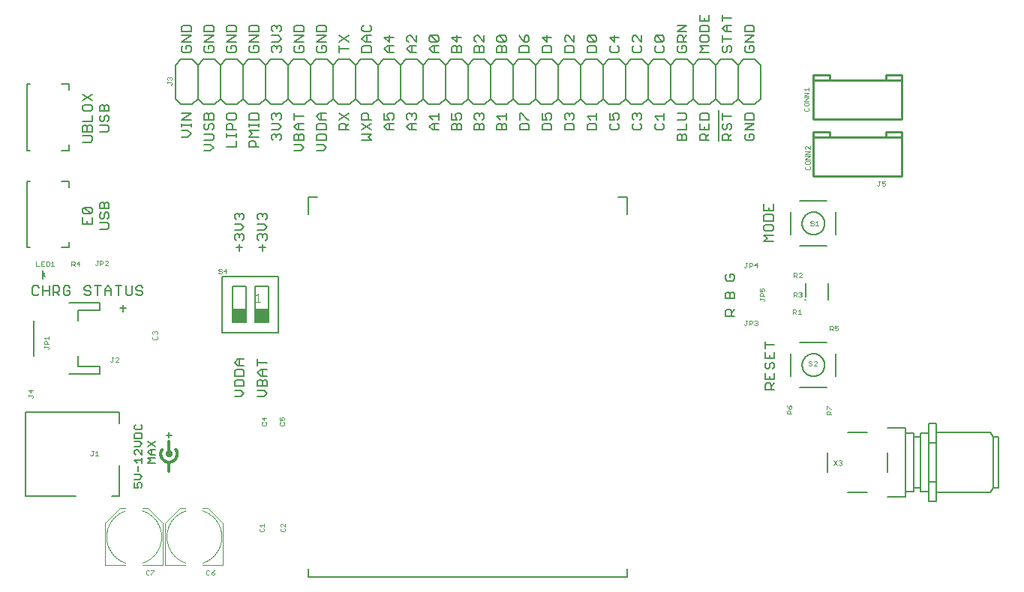
<source format=gto>
G75*
%MOIN*%
%OFA0B0*%
%FSLAX25Y25*%
%IPPOS*%
%LPD*%
%AMOC8*
5,1,8,0,0,1.08239X$1,22.5*
%
%ADD10C,0.00800*%
%ADD11C,0.00600*%
%ADD12C,0.01200*%
%ADD13C,0.00300*%
%ADD14R,0.06000X0.06000*%
%ADD15C,0.00500*%
%ADD16C,0.00400*%
%ADD17C,0.01000*%
D10*
X0017205Y0040994D02*
X0017205Y0041112D01*
X0039646Y0041112D01*
X0055787Y0041112D02*
X0058937Y0041112D01*
X0058937Y0054891D01*
X0058937Y0073395D02*
X0058937Y0078513D01*
X0017205Y0078513D01*
X0017205Y0041112D01*
X0036685Y0095551D02*
X0050465Y0095551D01*
X0050465Y0098701D01*
X0040622Y0098701D01*
X0040622Y0103425D01*
X0020937Y0103425D02*
X0020937Y0119173D01*
X0021125Y0130459D02*
X0022527Y0130459D01*
X0023227Y0131160D01*
X0025029Y0130459D02*
X0025029Y0134663D01*
X0023227Y0133962D02*
X0022527Y0134663D01*
X0021125Y0134663D01*
X0020425Y0133962D01*
X0020425Y0131160D01*
X0021125Y0130459D01*
X0025029Y0132561D02*
X0027831Y0132561D01*
X0029633Y0131860D02*
X0031734Y0131860D01*
X0032435Y0132561D01*
X0032435Y0133962D01*
X0031734Y0134663D01*
X0029633Y0134663D01*
X0029633Y0130459D01*
X0027831Y0130459D02*
X0027831Y0134663D01*
X0031034Y0131860D02*
X0032435Y0130459D01*
X0034237Y0131160D02*
X0034937Y0130459D01*
X0036338Y0130459D01*
X0037039Y0131160D01*
X0037039Y0132561D01*
X0035638Y0132561D01*
X0037039Y0133962D02*
X0036338Y0134663D01*
X0034937Y0134663D01*
X0034237Y0133962D01*
X0034237Y0131160D01*
X0036685Y0127047D02*
X0050465Y0127047D01*
X0050465Y0123898D01*
X0040622Y0123898D01*
X0040622Y0119173D01*
X0044145Y0130459D02*
X0043444Y0131160D01*
X0044145Y0130459D02*
X0045546Y0130459D01*
X0046247Y0131160D01*
X0046247Y0131860D01*
X0045546Y0132561D01*
X0044145Y0132561D01*
X0043444Y0133261D01*
X0043444Y0133962D01*
X0044145Y0134663D01*
X0045546Y0134663D01*
X0046247Y0133962D01*
X0048048Y0134663D02*
X0050851Y0134663D01*
X0049450Y0134663D02*
X0049450Y0130459D01*
X0052652Y0130459D02*
X0052652Y0133261D01*
X0054053Y0134663D01*
X0055455Y0133261D01*
X0055455Y0130459D01*
X0055455Y0132561D02*
X0052652Y0132561D01*
X0057256Y0134663D02*
X0060059Y0134663D01*
X0058657Y0134663D02*
X0058657Y0130459D01*
X0061860Y0131160D02*
X0062561Y0130459D01*
X0063962Y0130459D01*
X0064663Y0131160D01*
X0064663Y0134663D01*
X0066464Y0133962D02*
X0066464Y0133261D01*
X0067165Y0132561D01*
X0068566Y0132561D01*
X0069266Y0131860D01*
X0069266Y0131160D01*
X0068566Y0130459D01*
X0067165Y0130459D01*
X0066464Y0131160D01*
X0066464Y0133962D02*
X0067165Y0134663D01*
X0068566Y0134663D01*
X0069266Y0133962D01*
X0061860Y0134663D02*
X0061860Y0131160D01*
X0060654Y0126088D02*
X0060654Y0123286D01*
X0059253Y0124687D02*
X0062055Y0124687D01*
X0026060Y0138765D02*
X0024900Y0139525D01*
X0024839Y0139625D02*
X0026060Y0140546D01*
X0024839Y0141436D02*
X0024839Y0139625D01*
X0024839Y0137814D01*
X0042642Y0162213D02*
X0046846Y0162213D01*
X0046846Y0165016D01*
X0046145Y0166817D02*
X0043343Y0166817D01*
X0042642Y0167518D01*
X0042642Y0168919D01*
X0043343Y0169620D01*
X0046145Y0166817D01*
X0046846Y0167518D01*
X0046846Y0168919D01*
X0046145Y0169620D01*
X0043343Y0169620D01*
X0042642Y0165016D02*
X0042642Y0162213D01*
X0044744Y0162213D02*
X0044744Y0163615D01*
X0050142Y0162714D02*
X0053645Y0162714D01*
X0054346Y0162013D01*
X0054346Y0160612D01*
X0053645Y0159911D01*
X0050142Y0159911D01*
X0050843Y0164515D02*
X0051544Y0164515D01*
X0052244Y0165216D01*
X0052244Y0166617D01*
X0052945Y0167318D01*
X0053645Y0167318D01*
X0054346Y0166617D01*
X0054346Y0165216D01*
X0053645Y0164515D01*
X0050843Y0164515D02*
X0050142Y0165216D01*
X0050142Y0166617D01*
X0050843Y0167318D01*
X0050142Y0169119D02*
X0050142Y0171221D01*
X0050843Y0171922D01*
X0051544Y0171922D01*
X0052244Y0171221D01*
X0052244Y0169119D01*
X0054346Y0169119D02*
X0050142Y0169119D01*
X0052244Y0171221D02*
X0052945Y0171922D01*
X0053645Y0171922D01*
X0054346Y0171221D01*
X0054346Y0169119D01*
X0096656Y0194787D02*
X0099458Y0194787D01*
X0100860Y0196189D01*
X0099458Y0197590D01*
X0096656Y0197590D01*
X0096656Y0199391D02*
X0100159Y0199391D01*
X0100860Y0200092D01*
X0100860Y0201493D01*
X0100159Y0202194D01*
X0096656Y0202194D01*
X0097357Y0203995D02*
X0098057Y0203995D01*
X0098758Y0204696D01*
X0098758Y0206097D01*
X0099458Y0206798D01*
X0100159Y0206798D01*
X0100860Y0206097D01*
X0100860Y0204696D01*
X0100159Y0203995D01*
X0097357Y0203995D02*
X0096656Y0204696D01*
X0096656Y0206097D01*
X0097357Y0206798D01*
X0096656Y0208599D02*
X0096656Y0210701D01*
X0097357Y0211402D01*
X0098057Y0211402D01*
X0098758Y0210701D01*
X0098758Y0208599D01*
X0100860Y0208599D02*
X0096656Y0208599D01*
X0098758Y0210701D02*
X0099458Y0211402D01*
X0100159Y0211402D01*
X0100860Y0210701D01*
X0100860Y0208599D01*
X0106665Y0209300D02*
X0106665Y0210701D01*
X0107365Y0211402D01*
X0110168Y0211402D01*
X0110868Y0210701D01*
X0110868Y0209300D01*
X0110168Y0208599D01*
X0107365Y0208599D01*
X0106665Y0209300D01*
X0107365Y0206798D02*
X0108766Y0206798D01*
X0109467Y0206097D01*
X0109467Y0203995D01*
X0110868Y0203995D02*
X0106665Y0203995D01*
X0106665Y0206097D01*
X0107365Y0206798D01*
X0106665Y0202327D02*
X0106665Y0200926D01*
X0106665Y0201627D02*
X0110868Y0201627D01*
X0110868Y0202327D02*
X0110868Y0200926D01*
X0110868Y0199124D02*
X0110868Y0196322D01*
X0106665Y0196322D01*
X0116673Y0196322D02*
X0116673Y0198424D01*
X0117374Y0199124D01*
X0118775Y0199124D01*
X0119475Y0198424D01*
X0119475Y0196322D01*
X0120877Y0196322D02*
X0116673Y0196322D01*
X0116673Y0200926D02*
X0118074Y0202327D01*
X0116673Y0203728D01*
X0120877Y0203728D01*
X0120877Y0205530D02*
X0120877Y0206931D01*
X0120877Y0206230D02*
X0116673Y0206230D01*
X0116673Y0205530D02*
X0116673Y0206931D01*
X0116673Y0208599D02*
X0116673Y0210701D01*
X0117374Y0211402D01*
X0120176Y0211402D01*
X0120877Y0210701D01*
X0120877Y0208599D01*
X0116673Y0208599D01*
X0116673Y0200926D02*
X0120877Y0200926D01*
X0126682Y0201493D02*
X0127382Y0202194D01*
X0128083Y0202194D01*
X0128783Y0201493D01*
X0129484Y0202194D01*
X0130185Y0202194D01*
X0130885Y0201493D01*
X0130885Y0200092D01*
X0130185Y0199391D01*
X0128783Y0200793D02*
X0128783Y0201493D01*
X0126682Y0201493D02*
X0126682Y0200092D01*
X0127382Y0199391D01*
X0126682Y0203995D02*
X0129484Y0203995D01*
X0130885Y0205396D01*
X0129484Y0206798D01*
X0126682Y0206798D01*
X0127382Y0208599D02*
X0126682Y0209300D01*
X0126682Y0210701D01*
X0127382Y0211402D01*
X0128083Y0211402D01*
X0128783Y0210701D01*
X0129484Y0211402D01*
X0130185Y0211402D01*
X0130885Y0210701D01*
X0130885Y0209300D01*
X0130185Y0208599D01*
X0128783Y0210000D02*
X0128783Y0210701D01*
X0136690Y0211402D02*
X0136690Y0208599D01*
X0136690Y0210000D02*
X0140894Y0210000D01*
X0146699Y0210000D02*
X0148100Y0208599D01*
X0150902Y0208599D01*
X0150202Y0206798D02*
X0147399Y0206798D01*
X0146699Y0206097D01*
X0146699Y0203995D01*
X0150902Y0203995D01*
X0150902Y0206097D01*
X0150202Y0206798D01*
X0148800Y0208599D02*
X0148800Y0211402D01*
X0148100Y0211402D02*
X0150902Y0211402D01*
X0148100Y0211402D02*
X0146699Y0210000D01*
X0140894Y0206798D02*
X0138091Y0206798D01*
X0136690Y0205396D01*
X0138091Y0203995D01*
X0140894Y0203995D01*
X0140193Y0202194D02*
X0140894Y0201493D01*
X0140894Y0199391D01*
X0136690Y0199391D01*
X0136690Y0201493D01*
X0137391Y0202194D01*
X0138091Y0202194D01*
X0138792Y0201493D01*
X0138792Y0199391D01*
X0139492Y0197590D02*
X0136690Y0197590D01*
X0139492Y0197590D02*
X0140894Y0196189D01*
X0139492Y0194787D01*
X0136690Y0194787D01*
X0138792Y0201493D02*
X0139492Y0202194D01*
X0140193Y0202194D01*
X0138792Y0203995D02*
X0138792Y0206798D01*
X0146699Y0201493D02*
X0146699Y0199391D01*
X0150902Y0199391D01*
X0150902Y0201493D01*
X0150202Y0202194D01*
X0147399Y0202194D01*
X0146699Y0201493D01*
X0146699Y0197590D02*
X0149501Y0197590D01*
X0150902Y0196189D01*
X0149501Y0194787D01*
X0146699Y0194787D01*
X0156707Y0203995D02*
X0156707Y0206097D01*
X0157408Y0206798D01*
X0158809Y0206798D01*
X0159509Y0206097D01*
X0159509Y0203995D01*
X0159509Y0205396D02*
X0160911Y0206798D01*
X0160911Y0208599D02*
X0156707Y0211402D01*
X0156707Y0208599D02*
X0160911Y0211402D01*
X0166716Y0210701D02*
X0166716Y0208599D01*
X0170919Y0208599D01*
X0169518Y0208599D02*
X0169518Y0210701D01*
X0168817Y0211402D01*
X0167416Y0211402D01*
X0166716Y0210701D01*
X0166716Y0206798D02*
X0170919Y0203995D01*
X0170919Y0202194D02*
X0166716Y0202194D01*
X0166716Y0203995D02*
X0170919Y0206798D01*
X0170919Y0202194D02*
X0169518Y0200793D01*
X0170919Y0199391D01*
X0166716Y0199391D01*
X0160911Y0203995D02*
X0156707Y0203995D01*
X0176724Y0205396D02*
X0178125Y0203995D01*
X0180928Y0203995D01*
X0178826Y0203995D02*
X0178826Y0206798D01*
X0178125Y0206798D02*
X0180928Y0206798D01*
X0180227Y0208599D02*
X0180928Y0209300D01*
X0180928Y0210701D01*
X0180227Y0211402D01*
X0178826Y0211402D01*
X0178125Y0210701D01*
X0178125Y0210000D01*
X0178826Y0208599D01*
X0176724Y0208599D01*
X0176724Y0211402D01*
X0178125Y0206798D02*
X0176724Y0205396D01*
X0186733Y0205396D02*
X0188134Y0203995D01*
X0190936Y0203995D01*
X0188834Y0203995D02*
X0188834Y0206798D01*
X0188134Y0206798D02*
X0190936Y0206798D01*
X0190236Y0208599D02*
X0190936Y0209300D01*
X0190936Y0210701D01*
X0190236Y0211402D01*
X0189535Y0211402D01*
X0188834Y0210701D01*
X0188834Y0210000D01*
X0188834Y0210701D02*
X0188134Y0211402D01*
X0187433Y0211402D01*
X0186733Y0210701D01*
X0186733Y0209300D01*
X0187433Y0208599D01*
X0188134Y0206798D02*
X0186733Y0205396D01*
X0196774Y0205396D02*
X0198176Y0203995D01*
X0200978Y0203995D01*
X0198876Y0203995D02*
X0198876Y0206798D01*
X0198176Y0206798D02*
X0200978Y0206798D01*
X0200978Y0208599D02*
X0200978Y0211402D01*
X0200978Y0210000D02*
X0196774Y0210000D01*
X0198176Y0208599D01*
X0198176Y0206798D02*
X0196774Y0205396D01*
X0206783Y0206097D02*
X0206783Y0203995D01*
X0210987Y0203995D01*
X0210987Y0206097D01*
X0210286Y0206798D01*
X0209585Y0206798D01*
X0208885Y0206097D01*
X0208885Y0203995D01*
X0208885Y0206097D02*
X0208184Y0206798D01*
X0207484Y0206798D01*
X0206783Y0206097D01*
X0206783Y0208599D02*
X0208885Y0208599D01*
X0208184Y0210000D01*
X0208184Y0210701D01*
X0208885Y0211402D01*
X0210286Y0211402D01*
X0210987Y0210701D01*
X0210987Y0209300D01*
X0210286Y0208599D01*
X0206783Y0208599D02*
X0206783Y0211402D01*
X0216791Y0210701D02*
X0216791Y0209300D01*
X0217492Y0208599D01*
X0217492Y0206798D02*
X0218193Y0206798D01*
X0218893Y0206097D01*
X0218893Y0203995D01*
X0216791Y0203995D02*
X0216791Y0206097D01*
X0217492Y0206798D01*
X0218893Y0206097D02*
X0219594Y0206798D01*
X0220294Y0206798D01*
X0220995Y0206097D01*
X0220995Y0203995D01*
X0216791Y0203995D01*
X0220294Y0208599D02*
X0220995Y0209300D01*
X0220995Y0210701D01*
X0220294Y0211402D01*
X0219594Y0211402D01*
X0218893Y0210701D01*
X0218893Y0210000D01*
X0218893Y0210701D02*
X0218193Y0211402D01*
X0217492Y0211402D01*
X0216791Y0210701D01*
X0226800Y0210000D02*
X0228201Y0208599D01*
X0228201Y0206798D02*
X0228902Y0206097D01*
X0228902Y0203995D01*
X0231004Y0203995D02*
X0226800Y0203995D01*
X0226800Y0206097D01*
X0227501Y0206798D01*
X0228201Y0206798D01*
X0228902Y0206097D02*
X0229602Y0206798D01*
X0230303Y0206798D01*
X0231004Y0206097D01*
X0231004Y0203995D01*
X0236808Y0203995D02*
X0236808Y0206097D01*
X0237509Y0206798D01*
X0240311Y0206798D01*
X0241012Y0206097D01*
X0241012Y0203995D01*
X0236808Y0203995D01*
X0236808Y0208599D02*
X0236808Y0211402D01*
X0237509Y0211402D01*
X0240311Y0208599D01*
X0241012Y0208599D01*
X0246817Y0208599D02*
X0246817Y0211402D01*
X0248218Y0210701D02*
X0248919Y0211402D01*
X0250320Y0211402D01*
X0251021Y0210701D01*
X0251021Y0209300D01*
X0250320Y0208599D01*
X0248919Y0208599D02*
X0248218Y0210000D01*
X0248218Y0210701D01*
X0248919Y0208599D02*
X0246817Y0208599D01*
X0247518Y0206798D02*
X0246817Y0206097D01*
X0246817Y0203995D01*
X0251021Y0203995D01*
X0251021Y0206097D01*
X0250320Y0206798D01*
X0247518Y0206798D01*
X0256825Y0206097D02*
X0256825Y0203995D01*
X0261029Y0203995D01*
X0261029Y0206097D01*
X0260328Y0206798D01*
X0257526Y0206798D01*
X0256825Y0206097D01*
X0257526Y0208599D02*
X0256825Y0209300D01*
X0256825Y0210701D01*
X0257526Y0211402D01*
X0258227Y0211402D01*
X0258927Y0210701D01*
X0259628Y0211402D01*
X0260328Y0211402D01*
X0261029Y0210701D01*
X0261029Y0209300D01*
X0260328Y0208599D01*
X0258927Y0210000D02*
X0258927Y0210701D01*
X0266834Y0210000D02*
X0268235Y0208599D01*
X0267535Y0206798D02*
X0266834Y0206097D01*
X0266834Y0203995D01*
X0271038Y0203995D01*
X0271038Y0206097D01*
X0270337Y0206798D01*
X0267535Y0206798D01*
X0271038Y0208599D02*
X0271038Y0211402D01*
X0271038Y0210000D02*
X0266834Y0210000D01*
X0276842Y0208599D02*
X0278944Y0208599D01*
X0278244Y0210000D01*
X0278244Y0210701D01*
X0278944Y0211402D01*
X0280345Y0211402D01*
X0281046Y0210701D01*
X0281046Y0209300D01*
X0280345Y0208599D01*
X0280345Y0206798D02*
X0281046Y0206097D01*
X0281046Y0204696D01*
X0280345Y0203995D01*
X0277543Y0203995D01*
X0276842Y0204696D01*
X0276842Y0206097D01*
X0277543Y0206798D01*
X0276842Y0208599D02*
X0276842Y0211402D01*
X0286851Y0210701D02*
X0286851Y0209300D01*
X0287552Y0208599D01*
X0287552Y0206798D02*
X0286851Y0206097D01*
X0286851Y0204696D01*
X0287552Y0203995D01*
X0290354Y0203995D01*
X0291055Y0204696D01*
X0291055Y0206097D01*
X0290354Y0206798D01*
X0290354Y0208599D02*
X0291055Y0209300D01*
X0291055Y0210701D01*
X0290354Y0211402D01*
X0289653Y0211402D01*
X0288953Y0210701D01*
X0288953Y0210000D01*
X0288953Y0210701D02*
X0288252Y0211402D01*
X0287552Y0211402D01*
X0286851Y0210701D01*
X0296859Y0210000D02*
X0301063Y0210000D01*
X0301063Y0208599D02*
X0301063Y0211402D01*
X0298261Y0208599D02*
X0296859Y0210000D01*
X0297560Y0206798D02*
X0296859Y0206097D01*
X0296859Y0204696D01*
X0297560Y0203995D01*
X0300362Y0203995D01*
X0301063Y0204696D01*
X0301063Y0206097D01*
X0300362Y0206798D01*
X0306835Y0208599D02*
X0310338Y0208599D01*
X0311038Y0209300D01*
X0311038Y0210701D01*
X0310338Y0211402D01*
X0306835Y0211402D01*
X0311038Y0206798D02*
X0311038Y0203995D01*
X0306835Y0203995D01*
X0307535Y0202194D02*
X0308236Y0202194D01*
X0308936Y0201493D01*
X0308936Y0199391D01*
X0306835Y0199391D02*
X0306835Y0201493D01*
X0307535Y0202194D01*
X0308936Y0201493D02*
X0309637Y0202194D01*
X0310338Y0202194D01*
X0311038Y0201493D01*
X0311038Y0199391D01*
X0306835Y0199391D01*
X0316843Y0199391D02*
X0316843Y0201493D01*
X0317544Y0202194D01*
X0318945Y0202194D01*
X0319646Y0201493D01*
X0319646Y0199391D01*
X0321047Y0199391D02*
X0316843Y0199391D01*
X0319646Y0200793D02*
X0321047Y0202194D01*
X0321047Y0203995D02*
X0321047Y0206798D01*
X0321047Y0208599D02*
X0316843Y0208599D01*
X0316843Y0210701D01*
X0317544Y0211402D01*
X0320346Y0211402D01*
X0321047Y0210701D01*
X0321047Y0208599D01*
X0318945Y0205396D02*
X0318945Y0203995D01*
X0316843Y0203995D02*
X0321047Y0203995D01*
X0316843Y0203995D02*
X0316843Y0206798D01*
X0326852Y0206097D02*
X0326852Y0204696D01*
X0327552Y0203995D01*
X0328253Y0203995D01*
X0328953Y0204696D01*
X0328953Y0206097D01*
X0329654Y0206798D01*
X0330355Y0206798D01*
X0331055Y0206097D01*
X0331055Y0204696D01*
X0330355Y0203995D01*
X0331055Y0202194D02*
X0329654Y0200793D01*
X0329654Y0201493D02*
X0329654Y0199391D01*
X0331055Y0199391D02*
X0326852Y0199391D01*
X0326852Y0201493D01*
X0327552Y0202194D01*
X0328953Y0202194D01*
X0329654Y0201493D01*
X0325255Y0198991D02*
X0325255Y0212803D01*
X0326852Y0211402D02*
X0326852Y0208599D01*
X0326852Y0210000D02*
X0331055Y0210000D01*
X0336860Y0210701D02*
X0336860Y0208599D01*
X0341064Y0208599D01*
X0341064Y0210701D01*
X0340363Y0211402D01*
X0337561Y0211402D01*
X0336860Y0210701D01*
X0336860Y0206798D02*
X0341064Y0206798D01*
X0336860Y0203995D01*
X0341064Y0203995D01*
X0340363Y0202194D02*
X0338962Y0202194D01*
X0338962Y0200793D01*
X0340363Y0202194D02*
X0341064Y0201493D01*
X0341064Y0200092D01*
X0340363Y0199391D01*
X0337561Y0199391D01*
X0336860Y0200092D01*
X0336860Y0201493D01*
X0337561Y0202194D01*
X0327552Y0206798D02*
X0326852Y0206097D01*
X0327624Y0238597D02*
X0328324Y0238597D01*
X0329025Y0239297D01*
X0329025Y0240699D01*
X0329725Y0241399D01*
X0330426Y0241399D01*
X0331127Y0240699D01*
X0331127Y0239297D01*
X0330426Y0238597D01*
X0327624Y0238597D02*
X0326923Y0239297D01*
X0326923Y0240699D01*
X0327624Y0241399D01*
X0326923Y0243201D02*
X0326923Y0246003D01*
X0326923Y0244602D02*
X0331127Y0244602D01*
X0331127Y0247805D02*
X0328324Y0247805D01*
X0326923Y0249206D01*
X0328324Y0250607D01*
X0331127Y0250607D01*
X0329025Y0250607D02*
X0329025Y0247805D01*
X0321117Y0247805D02*
X0321117Y0249906D01*
X0320416Y0250607D01*
X0317614Y0250607D01*
X0316913Y0249906D01*
X0316913Y0247805D01*
X0321117Y0247805D01*
X0320416Y0246003D02*
X0317614Y0246003D01*
X0316913Y0245303D01*
X0316913Y0243901D01*
X0317614Y0243201D01*
X0320416Y0243201D01*
X0321117Y0243901D01*
X0321117Y0245303D01*
X0320416Y0246003D01*
X0321117Y0241399D02*
X0316913Y0241399D01*
X0318315Y0239998D01*
X0316913Y0238597D01*
X0321117Y0238597D01*
X0311107Y0239297D02*
X0311107Y0240699D01*
X0310407Y0241399D01*
X0309006Y0241399D01*
X0309006Y0239998D01*
X0310407Y0238597D02*
X0311107Y0239297D01*
X0310407Y0238597D02*
X0307604Y0238597D01*
X0306904Y0239297D01*
X0306904Y0240699D01*
X0307604Y0241399D01*
X0306904Y0243201D02*
X0306904Y0245303D01*
X0307604Y0246003D01*
X0309006Y0246003D01*
X0309706Y0245303D01*
X0309706Y0243201D01*
X0309706Y0244602D02*
X0311107Y0246003D01*
X0311107Y0247805D02*
X0306904Y0247805D01*
X0311107Y0250607D01*
X0306904Y0250607D01*
X0301065Y0245303D02*
X0301065Y0243901D01*
X0300364Y0243201D01*
X0297562Y0246003D01*
X0300364Y0246003D01*
X0301065Y0245303D01*
X0300364Y0243201D02*
X0297562Y0243201D01*
X0296861Y0243901D01*
X0296861Y0245303D01*
X0297562Y0246003D01*
X0297562Y0241399D02*
X0296861Y0240699D01*
X0296861Y0239297D01*
X0297562Y0238597D01*
X0300364Y0238597D01*
X0301065Y0239297D01*
X0301065Y0240699D01*
X0300364Y0241399D01*
X0306904Y0243201D02*
X0311107Y0243201D01*
X0316913Y0252409D02*
X0321117Y0252409D01*
X0321117Y0255211D01*
X0319015Y0253810D02*
X0319015Y0252409D01*
X0316913Y0252409D02*
X0316913Y0255211D01*
X0326923Y0255211D02*
X0326923Y0252409D01*
X0326923Y0253810D02*
X0331127Y0253810D01*
X0336933Y0249906D02*
X0336933Y0247805D01*
X0341136Y0247805D01*
X0341136Y0249906D01*
X0340436Y0250607D01*
X0337633Y0250607D01*
X0336933Y0249906D01*
X0336933Y0246003D02*
X0341136Y0246003D01*
X0336933Y0243201D01*
X0341136Y0243201D01*
X0340436Y0241399D02*
X0339034Y0241399D01*
X0339034Y0239998D01*
X0337633Y0238597D02*
X0340436Y0238597D01*
X0341136Y0239297D01*
X0341136Y0240699D01*
X0340436Y0241399D01*
X0337633Y0241399D02*
X0336933Y0240699D01*
X0336933Y0239297D01*
X0337633Y0238597D01*
X0291055Y0239297D02*
X0291055Y0240699D01*
X0290354Y0241399D01*
X0291055Y0243201D02*
X0288253Y0246003D01*
X0287552Y0246003D01*
X0286851Y0245303D01*
X0286851Y0243901D01*
X0287552Y0243201D01*
X0287552Y0241399D02*
X0286851Y0240699D01*
X0286851Y0239297D01*
X0287552Y0238597D01*
X0290354Y0238597D01*
X0291055Y0239297D01*
X0291055Y0243201D02*
X0291055Y0246003D01*
X0281045Y0245303D02*
X0276842Y0245303D01*
X0278944Y0243201D01*
X0278944Y0246003D01*
X0280345Y0241399D02*
X0281045Y0240699D01*
X0281045Y0239297D01*
X0280345Y0238597D01*
X0277542Y0238597D01*
X0276842Y0239297D01*
X0276842Y0240699D01*
X0277542Y0241399D01*
X0271036Y0240699D02*
X0270335Y0241399D01*
X0267533Y0241399D01*
X0266832Y0240699D01*
X0266832Y0238597D01*
X0271036Y0238597D01*
X0271036Y0240699D01*
X0270335Y0243201D02*
X0267533Y0246003D01*
X0270335Y0246003D01*
X0271036Y0245303D01*
X0271036Y0243901D01*
X0270335Y0243201D01*
X0267533Y0243201D01*
X0266832Y0243901D01*
X0266832Y0245303D01*
X0267533Y0246003D01*
X0261026Y0246003D02*
X0261026Y0243201D01*
X0258224Y0246003D01*
X0257523Y0246003D01*
X0256823Y0245303D01*
X0256823Y0243901D01*
X0257523Y0243201D01*
X0257523Y0241399D02*
X0256823Y0240699D01*
X0256823Y0238597D01*
X0261026Y0238597D01*
X0261026Y0240699D01*
X0260326Y0241399D01*
X0257523Y0241399D01*
X0251017Y0240699D02*
X0250316Y0241399D01*
X0247514Y0241399D01*
X0246813Y0240699D01*
X0246813Y0238597D01*
X0251017Y0238597D01*
X0251017Y0240699D01*
X0248915Y0243201D02*
X0248915Y0246003D01*
X0251017Y0245303D02*
X0246813Y0245303D01*
X0248915Y0243201D01*
X0241007Y0243901D02*
X0240307Y0243201D01*
X0238905Y0243201D01*
X0238905Y0245303D01*
X0239606Y0246003D01*
X0240307Y0246003D01*
X0241007Y0245303D01*
X0241007Y0243901D01*
X0238905Y0243201D02*
X0237504Y0244602D01*
X0236804Y0246003D01*
X0237504Y0241399D02*
X0236804Y0240699D01*
X0236804Y0238597D01*
X0241007Y0238597D01*
X0241007Y0240699D01*
X0240307Y0241399D01*
X0237504Y0241399D01*
X0230998Y0240699D02*
X0230998Y0238597D01*
X0226794Y0238597D01*
X0226794Y0240699D01*
X0227495Y0241399D01*
X0228195Y0241399D01*
X0228896Y0240699D01*
X0228896Y0238597D01*
X0228896Y0240699D02*
X0229596Y0241399D01*
X0230297Y0241399D01*
X0230998Y0240699D01*
X0230297Y0243201D02*
X0227495Y0243201D01*
X0226794Y0243901D01*
X0226794Y0245303D01*
X0227495Y0246003D01*
X0230297Y0243201D01*
X0230998Y0243901D01*
X0230998Y0245303D01*
X0230297Y0246003D01*
X0227495Y0246003D01*
X0220988Y0246003D02*
X0220988Y0243201D01*
X0218186Y0246003D01*
X0217485Y0246003D01*
X0216784Y0245303D01*
X0216784Y0243901D01*
X0217485Y0243201D01*
X0217485Y0241399D02*
X0218186Y0241399D01*
X0218886Y0240699D01*
X0218886Y0238597D01*
X0216784Y0238597D02*
X0216784Y0240699D01*
X0217485Y0241399D01*
X0218886Y0240699D02*
X0219587Y0241399D01*
X0220287Y0241399D01*
X0220988Y0240699D01*
X0220988Y0238597D01*
X0216784Y0238597D01*
X0210978Y0238597D02*
X0210978Y0240699D01*
X0210278Y0241399D01*
X0209577Y0241399D01*
X0208877Y0240699D01*
X0208877Y0238597D01*
X0210978Y0238597D02*
X0206775Y0238597D01*
X0206775Y0240699D01*
X0207476Y0241399D01*
X0208176Y0241399D01*
X0208877Y0240699D01*
X0208877Y0243201D02*
X0208877Y0246003D01*
X0210978Y0245303D02*
X0206775Y0245303D01*
X0208877Y0243201D01*
X0200969Y0243901D02*
X0200268Y0243201D01*
X0197466Y0246003D01*
X0200268Y0246003D01*
X0200969Y0245303D01*
X0200969Y0243901D01*
X0200268Y0243201D02*
X0197466Y0243201D01*
X0196765Y0243901D01*
X0196765Y0245303D01*
X0197466Y0246003D01*
X0198167Y0241399D02*
X0200969Y0241399D01*
X0198867Y0241399D02*
X0198867Y0238597D01*
X0198167Y0238597D02*
X0200969Y0238597D01*
X0198167Y0238597D02*
X0196765Y0239998D01*
X0198167Y0241399D01*
X0190993Y0241399D02*
X0188190Y0241399D01*
X0186789Y0239998D01*
X0188190Y0238597D01*
X0190993Y0238597D01*
X0188891Y0238597D02*
X0188891Y0241399D01*
X0187490Y0243201D02*
X0186789Y0243901D01*
X0186789Y0245303D01*
X0187490Y0246003D01*
X0188190Y0246003D01*
X0190993Y0243201D01*
X0190993Y0246003D01*
X0180983Y0245303D02*
X0176780Y0245303D01*
X0178881Y0243201D01*
X0178881Y0246003D01*
X0178881Y0241399D02*
X0178881Y0238597D01*
X0178181Y0238597D02*
X0176780Y0239998D01*
X0178181Y0241399D01*
X0180983Y0241399D01*
X0180983Y0238597D02*
X0178181Y0238597D01*
X0170974Y0238597D02*
X0170974Y0240699D01*
X0170273Y0241399D01*
X0167471Y0241399D01*
X0166770Y0240699D01*
X0166770Y0238597D01*
X0170974Y0238597D01*
X0170974Y0243201D02*
X0168171Y0243201D01*
X0166770Y0244602D01*
X0168171Y0246003D01*
X0170974Y0246003D01*
X0170273Y0247805D02*
X0170974Y0248505D01*
X0170974Y0249906D01*
X0170273Y0250607D01*
X0170273Y0247805D02*
X0167471Y0247805D01*
X0166770Y0248505D01*
X0166770Y0249906D01*
X0167471Y0250607D01*
X0168872Y0246003D02*
X0168872Y0243201D01*
X0160964Y0243201D02*
X0156760Y0246003D01*
X0156760Y0243201D02*
X0160964Y0246003D01*
X0156760Y0241399D02*
X0156760Y0238597D01*
X0156760Y0239998D02*
X0160964Y0239998D01*
X0150954Y0240699D02*
X0150254Y0241399D01*
X0148853Y0241399D01*
X0148853Y0239998D01*
X0150254Y0238597D02*
X0147451Y0238597D01*
X0146751Y0239297D01*
X0146751Y0240699D01*
X0147451Y0241399D01*
X0146751Y0243201D02*
X0150954Y0246003D01*
X0146751Y0246003D01*
X0146751Y0247805D02*
X0146751Y0249906D01*
X0147451Y0250607D01*
X0150254Y0250607D01*
X0150954Y0249906D01*
X0150954Y0247805D01*
X0146751Y0247805D01*
X0140945Y0247805D02*
X0140945Y0249906D01*
X0140244Y0250607D01*
X0137442Y0250607D01*
X0136741Y0249906D01*
X0136741Y0247805D01*
X0140945Y0247805D01*
X0140945Y0246003D02*
X0136741Y0246003D01*
X0136741Y0243201D02*
X0140945Y0246003D01*
X0140945Y0243201D02*
X0136741Y0243201D01*
X0137442Y0241399D02*
X0136741Y0240699D01*
X0136741Y0239297D01*
X0137442Y0238597D01*
X0140244Y0238597D01*
X0140945Y0239297D01*
X0140945Y0240699D01*
X0140244Y0241399D01*
X0138843Y0241399D01*
X0138843Y0239998D01*
X0130935Y0239297D02*
X0130235Y0238597D01*
X0130935Y0239297D02*
X0130935Y0240699D01*
X0130235Y0241399D01*
X0129534Y0241399D01*
X0128834Y0240699D01*
X0128834Y0239998D01*
X0128834Y0240699D02*
X0128133Y0241399D01*
X0127432Y0241399D01*
X0126732Y0240699D01*
X0126732Y0239297D01*
X0127432Y0238597D01*
X0126732Y0243201D02*
X0129534Y0243201D01*
X0130935Y0244602D01*
X0129534Y0246003D01*
X0126732Y0246003D01*
X0127432Y0247805D02*
X0126732Y0248505D01*
X0126732Y0249906D01*
X0127432Y0250607D01*
X0128133Y0250607D01*
X0128834Y0249906D01*
X0129534Y0250607D01*
X0130235Y0250607D01*
X0130935Y0249906D01*
X0130935Y0248505D01*
X0130235Y0247805D01*
X0128834Y0249206D02*
X0128834Y0249906D01*
X0120892Y0249906D02*
X0120892Y0247805D01*
X0116689Y0247805D01*
X0116689Y0249906D01*
X0117389Y0250607D01*
X0120192Y0250607D01*
X0120892Y0249906D01*
X0120892Y0246003D02*
X0116689Y0246003D01*
X0116689Y0243201D02*
X0120892Y0246003D01*
X0120892Y0243201D02*
X0116689Y0243201D01*
X0117389Y0241399D02*
X0116689Y0240699D01*
X0116689Y0239297D01*
X0117389Y0238597D01*
X0120192Y0238597D01*
X0120892Y0239297D01*
X0120892Y0240699D01*
X0120192Y0241399D01*
X0118791Y0241399D01*
X0118791Y0239998D01*
X0110883Y0240699D02*
X0110182Y0241399D01*
X0108781Y0241399D01*
X0108781Y0239998D01*
X0107380Y0238597D02*
X0110182Y0238597D01*
X0110883Y0239297D01*
X0110883Y0240699D01*
X0110883Y0243201D02*
X0106679Y0243201D01*
X0110883Y0246003D01*
X0106679Y0246003D01*
X0106679Y0247805D02*
X0106679Y0249906D01*
X0107380Y0250607D01*
X0110182Y0250607D01*
X0110883Y0249906D01*
X0110883Y0247805D01*
X0106679Y0247805D01*
X0100873Y0247805D02*
X0100873Y0249906D01*
X0100173Y0250607D01*
X0097370Y0250607D01*
X0096670Y0249906D01*
X0096670Y0247805D01*
X0100873Y0247805D01*
X0100873Y0246003D02*
X0096670Y0246003D01*
X0096670Y0243201D02*
X0100873Y0246003D01*
X0100873Y0243201D02*
X0096670Y0243201D01*
X0097370Y0241399D02*
X0096670Y0240699D01*
X0096670Y0239297D01*
X0097370Y0238597D01*
X0100173Y0238597D01*
X0100873Y0239297D01*
X0100873Y0240699D01*
X0100173Y0241399D01*
X0098772Y0241399D01*
X0098772Y0239998D01*
X0090864Y0240699D02*
X0090163Y0241399D01*
X0088762Y0241399D01*
X0088762Y0239998D01*
X0090163Y0238597D02*
X0090864Y0239297D01*
X0090864Y0240699D01*
X0090163Y0238597D02*
X0087361Y0238597D01*
X0086660Y0239297D01*
X0086660Y0240699D01*
X0087361Y0241399D01*
X0086660Y0243201D02*
X0090864Y0246003D01*
X0086660Y0246003D01*
X0086660Y0247805D02*
X0086660Y0249906D01*
X0087361Y0250607D01*
X0090163Y0250607D01*
X0090864Y0249906D01*
X0090864Y0247805D01*
X0086660Y0247805D01*
X0086660Y0243201D02*
X0090864Y0243201D01*
X0106679Y0240699D02*
X0106679Y0239297D01*
X0107380Y0238597D01*
X0106679Y0240699D02*
X0107380Y0241399D01*
X0146751Y0243201D02*
X0150954Y0243201D01*
X0150954Y0240699D02*
X0150954Y0239297D01*
X0150254Y0238597D01*
X0090851Y0211402D02*
X0086648Y0211402D01*
X0086648Y0208599D02*
X0090851Y0211402D01*
X0090851Y0208599D02*
X0086648Y0208599D01*
X0086648Y0206931D02*
X0086648Y0205530D01*
X0086648Y0206231D02*
X0090851Y0206231D01*
X0090851Y0206931D02*
X0090851Y0205530D01*
X0089450Y0203728D02*
X0086648Y0203728D01*
X0089450Y0203728D02*
X0090851Y0202327D01*
X0089450Y0200926D01*
X0086648Y0200926D01*
X0054346Y0203919D02*
X0054346Y0205320D01*
X0053645Y0206021D01*
X0050142Y0206021D01*
X0050843Y0207822D02*
X0051544Y0207822D01*
X0052244Y0208523D01*
X0052244Y0209924D01*
X0052945Y0210625D01*
X0053645Y0210625D01*
X0054346Y0209924D01*
X0054346Y0208523D01*
X0053645Y0207822D01*
X0050843Y0207822D02*
X0050142Y0208523D01*
X0050142Y0209924D01*
X0050843Y0210625D01*
X0050142Y0212426D02*
X0050142Y0214528D01*
X0050843Y0215229D01*
X0051544Y0215229D01*
X0052244Y0214528D01*
X0052244Y0212426D01*
X0054346Y0212426D02*
X0050142Y0212426D01*
X0052244Y0214528D02*
X0052945Y0215229D01*
X0053645Y0215229D01*
X0054346Y0214528D01*
X0054346Y0212426D01*
X0046846Y0213127D02*
X0046846Y0214528D01*
X0046145Y0215229D01*
X0043343Y0215229D01*
X0042642Y0214528D01*
X0042642Y0213127D01*
X0043343Y0212426D01*
X0046145Y0212426D01*
X0046846Y0213127D01*
X0046846Y0210625D02*
X0046846Y0207822D01*
X0042642Y0207822D01*
X0043343Y0206021D02*
X0044044Y0206021D01*
X0044744Y0205320D01*
X0044744Y0203219D01*
X0044744Y0205320D02*
X0045445Y0206021D01*
X0046145Y0206021D01*
X0046846Y0205320D01*
X0046846Y0203219D01*
X0042642Y0203219D01*
X0042642Y0205320D01*
X0043343Y0206021D01*
X0042642Y0201417D02*
X0046145Y0201417D01*
X0046846Y0200716D01*
X0046846Y0199315D01*
X0046145Y0198615D01*
X0042642Y0198615D01*
X0050142Y0203219D02*
X0053645Y0203219D01*
X0054346Y0203919D01*
X0046846Y0217030D02*
X0042642Y0219833D01*
X0042642Y0217030D02*
X0046846Y0219833D01*
X0110172Y0166195D02*
X0110873Y0166896D01*
X0111573Y0166896D01*
X0112274Y0166195D01*
X0112974Y0166896D01*
X0113675Y0166896D01*
X0114376Y0166195D01*
X0114376Y0164794D01*
X0113675Y0164094D01*
X0112974Y0162292D02*
X0110172Y0162292D01*
X0110873Y0164094D02*
X0110172Y0164794D01*
X0110172Y0166195D01*
X0112274Y0166195D02*
X0112274Y0165495D01*
X0112974Y0162292D02*
X0114376Y0160891D01*
X0112974Y0159490D01*
X0110172Y0159490D01*
X0110873Y0157688D02*
X0111573Y0157688D01*
X0112274Y0156988D01*
X0112974Y0157688D01*
X0113675Y0157688D01*
X0114376Y0156988D01*
X0114376Y0155586D01*
X0113675Y0154886D01*
X0112274Y0156287D02*
X0112274Y0156988D01*
X0110873Y0157688D02*
X0110172Y0156988D01*
X0110172Y0155586D01*
X0110873Y0154886D01*
X0112274Y0153084D02*
X0112274Y0150282D01*
X0110873Y0151683D02*
X0113675Y0151683D01*
X0121109Y0151683D02*
X0123911Y0151683D01*
X0122510Y0150282D02*
X0122510Y0153084D01*
X0121109Y0154886D02*
X0120408Y0155586D01*
X0120408Y0156988D01*
X0121109Y0157688D01*
X0121809Y0157688D01*
X0122510Y0156988D01*
X0123211Y0157688D01*
X0123911Y0157688D01*
X0124612Y0156988D01*
X0124612Y0155586D01*
X0123911Y0154886D01*
X0122510Y0156287D02*
X0122510Y0156988D01*
X0123211Y0159490D02*
X0120408Y0159490D01*
X0120408Y0162292D02*
X0123211Y0162292D01*
X0124612Y0160891D01*
X0123211Y0159490D01*
X0123911Y0164094D02*
X0124612Y0164794D01*
X0124612Y0166195D01*
X0123911Y0166896D01*
X0123211Y0166896D01*
X0122510Y0166195D01*
X0122510Y0165495D01*
X0122510Y0166195D02*
X0121809Y0166896D01*
X0121109Y0166896D01*
X0120408Y0166195D01*
X0120408Y0164794D01*
X0121109Y0164094D01*
X0120408Y0102024D02*
X0120408Y0099221D01*
X0120408Y0100622D02*
X0124612Y0100622D01*
X0124612Y0097420D02*
X0121809Y0097420D01*
X0120408Y0096019D01*
X0121809Y0094617D01*
X0124612Y0094617D01*
X0123911Y0092816D02*
X0124612Y0092115D01*
X0124612Y0090013D01*
X0120408Y0090013D01*
X0120408Y0092115D01*
X0121109Y0092816D01*
X0121809Y0092816D01*
X0122510Y0092115D01*
X0122510Y0090013D01*
X0123211Y0088212D02*
X0120408Y0088212D01*
X0120408Y0085409D02*
X0123211Y0085409D01*
X0124612Y0086811D01*
X0123211Y0088212D01*
X0122510Y0092115D02*
X0123211Y0092816D01*
X0123911Y0092816D01*
X0122510Y0094617D02*
X0122510Y0097420D01*
X0114376Y0096719D02*
X0113675Y0097420D01*
X0110873Y0097420D01*
X0110172Y0096719D01*
X0110172Y0094617D01*
X0114376Y0094617D01*
X0114376Y0096719D01*
X0114376Y0099221D02*
X0111573Y0099221D01*
X0110172Y0100622D01*
X0111573Y0102024D01*
X0114376Y0102024D01*
X0112274Y0102024D02*
X0112274Y0099221D01*
X0113675Y0092816D02*
X0110873Y0092816D01*
X0110172Y0092115D01*
X0110172Y0090013D01*
X0114376Y0090013D01*
X0114376Y0092115D01*
X0113675Y0092816D01*
X0112974Y0088212D02*
X0110172Y0088212D01*
X0112974Y0088212D02*
X0114376Y0086811D01*
X0112974Y0085409D01*
X0110172Y0085409D01*
X0231004Y0208599D02*
X0231004Y0211402D01*
X0231004Y0210000D02*
X0226800Y0210000D01*
X0345421Y0171019D02*
X0345421Y0168217D01*
X0349624Y0168217D01*
X0349624Y0171019D01*
X0347523Y0169618D02*
X0347523Y0168217D01*
X0348924Y0166415D02*
X0346121Y0166415D01*
X0345421Y0165714D01*
X0345421Y0163613D01*
X0349624Y0163613D01*
X0349624Y0165714D01*
X0348924Y0166415D01*
X0348924Y0161811D02*
X0346121Y0161811D01*
X0345421Y0161110D01*
X0345421Y0159709D01*
X0346121Y0159009D01*
X0348924Y0159009D01*
X0349624Y0159709D01*
X0349624Y0161110D01*
X0348924Y0161811D01*
X0349624Y0157207D02*
X0345421Y0157207D01*
X0346822Y0155806D01*
X0345421Y0154405D01*
X0349624Y0154405D01*
X0357394Y0157598D02*
X0357394Y0167480D01*
X0361331Y0172480D02*
X0373457Y0172480D01*
X0377394Y0167362D02*
X0377394Y0157598D01*
X0373457Y0152480D02*
X0361331Y0152480D01*
X0362394Y0162480D02*
X0362396Y0162621D01*
X0362402Y0162762D01*
X0362412Y0162902D01*
X0362426Y0163042D01*
X0362444Y0163182D01*
X0362465Y0163321D01*
X0362491Y0163460D01*
X0362520Y0163598D01*
X0362554Y0163734D01*
X0362591Y0163870D01*
X0362632Y0164005D01*
X0362677Y0164139D01*
X0362726Y0164271D01*
X0362778Y0164402D01*
X0362834Y0164531D01*
X0362894Y0164658D01*
X0362957Y0164784D01*
X0363023Y0164908D01*
X0363094Y0165031D01*
X0363167Y0165151D01*
X0363244Y0165269D01*
X0363324Y0165385D01*
X0363408Y0165498D01*
X0363494Y0165609D01*
X0363584Y0165718D01*
X0363677Y0165824D01*
X0363772Y0165927D01*
X0363871Y0166028D01*
X0363972Y0166126D01*
X0364076Y0166221D01*
X0364183Y0166313D01*
X0364292Y0166402D01*
X0364404Y0166487D01*
X0364518Y0166570D01*
X0364634Y0166650D01*
X0364753Y0166726D01*
X0364874Y0166798D01*
X0364996Y0166868D01*
X0365121Y0166933D01*
X0365247Y0166996D01*
X0365375Y0167054D01*
X0365505Y0167109D01*
X0365636Y0167161D01*
X0365769Y0167208D01*
X0365903Y0167252D01*
X0366038Y0167293D01*
X0366174Y0167329D01*
X0366311Y0167361D01*
X0366449Y0167390D01*
X0366587Y0167415D01*
X0366727Y0167435D01*
X0366867Y0167452D01*
X0367007Y0167465D01*
X0367148Y0167474D01*
X0367288Y0167479D01*
X0367429Y0167480D01*
X0367570Y0167477D01*
X0367711Y0167470D01*
X0367851Y0167459D01*
X0367991Y0167444D01*
X0368131Y0167425D01*
X0368270Y0167403D01*
X0368408Y0167376D01*
X0368546Y0167346D01*
X0368682Y0167311D01*
X0368818Y0167273D01*
X0368952Y0167231D01*
X0369086Y0167185D01*
X0369218Y0167136D01*
X0369348Y0167082D01*
X0369477Y0167025D01*
X0369604Y0166965D01*
X0369730Y0166901D01*
X0369853Y0166833D01*
X0369975Y0166762D01*
X0370095Y0166688D01*
X0370212Y0166610D01*
X0370327Y0166529D01*
X0370440Y0166445D01*
X0370551Y0166358D01*
X0370659Y0166267D01*
X0370764Y0166174D01*
X0370867Y0166077D01*
X0370967Y0165978D01*
X0371064Y0165876D01*
X0371158Y0165771D01*
X0371249Y0165664D01*
X0371337Y0165554D01*
X0371422Y0165442D01*
X0371504Y0165327D01*
X0371583Y0165210D01*
X0371658Y0165091D01*
X0371730Y0164970D01*
X0371798Y0164847D01*
X0371863Y0164722D01*
X0371925Y0164595D01*
X0371982Y0164466D01*
X0372037Y0164336D01*
X0372087Y0164205D01*
X0372134Y0164072D01*
X0372177Y0163938D01*
X0372216Y0163802D01*
X0372251Y0163666D01*
X0372283Y0163529D01*
X0372310Y0163391D01*
X0372334Y0163252D01*
X0372354Y0163112D01*
X0372370Y0162972D01*
X0372382Y0162832D01*
X0372390Y0162691D01*
X0372394Y0162550D01*
X0372394Y0162410D01*
X0372390Y0162269D01*
X0372382Y0162128D01*
X0372370Y0161988D01*
X0372354Y0161848D01*
X0372334Y0161708D01*
X0372310Y0161569D01*
X0372283Y0161431D01*
X0372251Y0161294D01*
X0372216Y0161158D01*
X0372177Y0161022D01*
X0372134Y0160888D01*
X0372087Y0160755D01*
X0372037Y0160624D01*
X0371982Y0160494D01*
X0371925Y0160365D01*
X0371863Y0160238D01*
X0371798Y0160113D01*
X0371730Y0159990D01*
X0371658Y0159869D01*
X0371583Y0159750D01*
X0371504Y0159633D01*
X0371422Y0159518D01*
X0371337Y0159406D01*
X0371249Y0159296D01*
X0371158Y0159189D01*
X0371064Y0159084D01*
X0370967Y0158982D01*
X0370867Y0158883D01*
X0370764Y0158786D01*
X0370659Y0158693D01*
X0370551Y0158602D01*
X0370440Y0158515D01*
X0370327Y0158431D01*
X0370212Y0158350D01*
X0370095Y0158272D01*
X0369975Y0158198D01*
X0369853Y0158127D01*
X0369730Y0158059D01*
X0369604Y0157995D01*
X0369477Y0157935D01*
X0369348Y0157878D01*
X0369218Y0157824D01*
X0369086Y0157775D01*
X0368952Y0157729D01*
X0368818Y0157687D01*
X0368682Y0157649D01*
X0368546Y0157614D01*
X0368408Y0157584D01*
X0368270Y0157557D01*
X0368131Y0157535D01*
X0367991Y0157516D01*
X0367851Y0157501D01*
X0367711Y0157490D01*
X0367570Y0157483D01*
X0367429Y0157480D01*
X0367288Y0157481D01*
X0367148Y0157486D01*
X0367007Y0157495D01*
X0366867Y0157508D01*
X0366727Y0157525D01*
X0366587Y0157545D01*
X0366449Y0157570D01*
X0366311Y0157599D01*
X0366174Y0157631D01*
X0366038Y0157667D01*
X0365903Y0157708D01*
X0365769Y0157752D01*
X0365636Y0157799D01*
X0365505Y0157851D01*
X0365375Y0157906D01*
X0365247Y0157964D01*
X0365121Y0158027D01*
X0364996Y0158092D01*
X0364874Y0158162D01*
X0364753Y0158234D01*
X0364634Y0158310D01*
X0364518Y0158390D01*
X0364404Y0158473D01*
X0364292Y0158558D01*
X0364183Y0158647D01*
X0364076Y0158739D01*
X0363972Y0158834D01*
X0363871Y0158932D01*
X0363772Y0159033D01*
X0363677Y0159136D01*
X0363584Y0159242D01*
X0363494Y0159351D01*
X0363408Y0159462D01*
X0363324Y0159575D01*
X0363244Y0159691D01*
X0363167Y0159809D01*
X0363094Y0159929D01*
X0363023Y0160052D01*
X0362957Y0160176D01*
X0362894Y0160302D01*
X0362834Y0160429D01*
X0362778Y0160558D01*
X0362726Y0160689D01*
X0362677Y0160821D01*
X0362632Y0160955D01*
X0362591Y0161090D01*
X0362554Y0161226D01*
X0362520Y0161362D01*
X0362491Y0161500D01*
X0362465Y0161639D01*
X0362444Y0161778D01*
X0362426Y0161918D01*
X0362412Y0162058D01*
X0362402Y0162198D01*
X0362396Y0162339D01*
X0362394Y0162480D01*
X0332348Y0139058D02*
X0331647Y0139759D01*
X0330246Y0139759D01*
X0330246Y0138358D01*
X0328845Y0139759D02*
X0328144Y0139058D01*
X0328144Y0137657D01*
X0328845Y0136956D01*
X0331647Y0136956D01*
X0332348Y0137657D01*
X0332348Y0139058D01*
X0331647Y0131885D02*
X0332348Y0131184D01*
X0332348Y0129082D01*
X0328144Y0129082D01*
X0328144Y0131184D01*
X0328845Y0131885D01*
X0329546Y0131885D01*
X0330246Y0131184D01*
X0330246Y0129082D01*
X0330246Y0131184D02*
X0330947Y0131885D01*
X0331647Y0131885D01*
X0332348Y0124011D02*
X0330947Y0122609D01*
X0330947Y0123310D02*
X0330947Y0121208D01*
X0332348Y0121208D02*
X0328144Y0121208D01*
X0328144Y0123310D01*
X0328845Y0124011D01*
X0330246Y0124011D01*
X0330947Y0123310D01*
X0345821Y0109733D02*
X0345821Y0106931D01*
X0345821Y0108332D02*
X0350024Y0108332D01*
X0350024Y0105130D02*
X0350024Y0102327D01*
X0345821Y0102327D01*
X0345821Y0105130D01*
X0347923Y0103728D02*
X0347923Y0102327D01*
X0348623Y0100526D02*
X0349324Y0100526D01*
X0350024Y0099825D01*
X0350024Y0098424D01*
X0349324Y0097723D01*
X0347923Y0098424D02*
X0347923Y0099825D01*
X0348623Y0100526D01*
X0346521Y0100526D02*
X0345821Y0099825D01*
X0345821Y0098424D01*
X0346521Y0097723D01*
X0347222Y0097723D01*
X0347923Y0098424D01*
X0350024Y0095922D02*
X0350024Y0093119D01*
X0345821Y0093119D01*
X0345821Y0095922D01*
X0347923Y0094520D02*
X0347923Y0093119D01*
X0347923Y0091318D02*
X0346521Y0091318D01*
X0345821Y0090617D01*
X0345821Y0088515D01*
X0350024Y0088515D01*
X0348623Y0088515D02*
X0348623Y0090617D01*
X0347923Y0091318D01*
X0348623Y0089917D02*
X0350024Y0091318D01*
X0357394Y0094606D02*
X0357394Y0104488D01*
X0361331Y0109488D02*
X0373457Y0109488D01*
X0377394Y0104370D02*
X0377394Y0094606D01*
X0373457Y0089488D02*
X0361331Y0089488D01*
X0362394Y0099488D02*
X0362396Y0099629D01*
X0362402Y0099770D01*
X0362412Y0099910D01*
X0362426Y0100050D01*
X0362444Y0100190D01*
X0362465Y0100329D01*
X0362491Y0100468D01*
X0362520Y0100606D01*
X0362554Y0100742D01*
X0362591Y0100878D01*
X0362632Y0101013D01*
X0362677Y0101147D01*
X0362726Y0101279D01*
X0362778Y0101410D01*
X0362834Y0101539D01*
X0362894Y0101666D01*
X0362957Y0101792D01*
X0363023Y0101916D01*
X0363094Y0102039D01*
X0363167Y0102159D01*
X0363244Y0102277D01*
X0363324Y0102393D01*
X0363408Y0102506D01*
X0363494Y0102617D01*
X0363584Y0102726D01*
X0363677Y0102832D01*
X0363772Y0102935D01*
X0363871Y0103036D01*
X0363972Y0103134D01*
X0364076Y0103229D01*
X0364183Y0103321D01*
X0364292Y0103410D01*
X0364404Y0103495D01*
X0364518Y0103578D01*
X0364634Y0103658D01*
X0364753Y0103734D01*
X0364874Y0103806D01*
X0364996Y0103876D01*
X0365121Y0103941D01*
X0365247Y0104004D01*
X0365375Y0104062D01*
X0365505Y0104117D01*
X0365636Y0104169D01*
X0365769Y0104216D01*
X0365903Y0104260D01*
X0366038Y0104301D01*
X0366174Y0104337D01*
X0366311Y0104369D01*
X0366449Y0104398D01*
X0366587Y0104423D01*
X0366727Y0104443D01*
X0366867Y0104460D01*
X0367007Y0104473D01*
X0367148Y0104482D01*
X0367288Y0104487D01*
X0367429Y0104488D01*
X0367570Y0104485D01*
X0367711Y0104478D01*
X0367851Y0104467D01*
X0367991Y0104452D01*
X0368131Y0104433D01*
X0368270Y0104411D01*
X0368408Y0104384D01*
X0368546Y0104354D01*
X0368682Y0104319D01*
X0368818Y0104281D01*
X0368952Y0104239D01*
X0369086Y0104193D01*
X0369218Y0104144D01*
X0369348Y0104090D01*
X0369477Y0104033D01*
X0369604Y0103973D01*
X0369730Y0103909D01*
X0369853Y0103841D01*
X0369975Y0103770D01*
X0370095Y0103696D01*
X0370212Y0103618D01*
X0370327Y0103537D01*
X0370440Y0103453D01*
X0370551Y0103366D01*
X0370659Y0103275D01*
X0370764Y0103182D01*
X0370867Y0103085D01*
X0370967Y0102986D01*
X0371064Y0102884D01*
X0371158Y0102779D01*
X0371249Y0102672D01*
X0371337Y0102562D01*
X0371422Y0102450D01*
X0371504Y0102335D01*
X0371583Y0102218D01*
X0371658Y0102099D01*
X0371730Y0101978D01*
X0371798Y0101855D01*
X0371863Y0101730D01*
X0371925Y0101603D01*
X0371982Y0101474D01*
X0372037Y0101344D01*
X0372087Y0101213D01*
X0372134Y0101080D01*
X0372177Y0100946D01*
X0372216Y0100810D01*
X0372251Y0100674D01*
X0372283Y0100537D01*
X0372310Y0100399D01*
X0372334Y0100260D01*
X0372354Y0100120D01*
X0372370Y0099980D01*
X0372382Y0099840D01*
X0372390Y0099699D01*
X0372394Y0099558D01*
X0372394Y0099418D01*
X0372390Y0099277D01*
X0372382Y0099136D01*
X0372370Y0098996D01*
X0372354Y0098856D01*
X0372334Y0098716D01*
X0372310Y0098577D01*
X0372283Y0098439D01*
X0372251Y0098302D01*
X0372216Y0098166D01*
X0372177Y0098030D01*
X0372134Y0097896D01*
X0372087Y0097763D01*
X0372037Y0097632D01*
X0371982Y0097502D01*
X0371925Y0097373D01*
X0371863Y0097246D01*
X0371798Y0097121D01*
X0371730Y0096998D01*
X0371658Y0096877D01*
X0371583Y0096758D01*
X0371504Y0096641D01*
X0371422Y0096526D01*
X0371337Y0096414D01*
X0371249Y0096304D01*
X0371158Y0096197D01*
X0371064Y0096092D01*
X0370967Y0095990D01*
X0370867Y0095891D01*
X0370764Y0095794D01*
X0370659Y0095701D01*
X0370551Y0095610D01*
X0370440Y0095523D01*
X0370327Y0095439D01*
X0370212Y0095358D01*
X0370095Y0095280D01*
X0369975Y0095206D01*
X0369853Y0095135D01*
X0369730Y0095067D01*
X0369604Y0095003D01*
X0369477Y0094943D01*
X0369348Y0094886D01*
X0369218Y0094832D01*
X0369086Y0094783D01*
X0368952Y0094737D01*
X0368818Y0094695D01*
X0368682Y0094657D01*
X0368546Y0094622D01*
X0368408Y0094592D01*
X0368270Y0094565D01*
X0368131Y0094543D01*
X0367991Y0094524D01*
X0367851Y0094509D01*
X0367711Y0094498D01*
X0367570Y0094491D01*
X0367429Y0094488D01*
X0367288Y0094489D01*
X0367148Y0094494D01*
X0367007Y0094503D01*
X0366867Y0094516D01*
X0366727Y0094533D01*
X0366587Y0094553D01*
X0366449Y0094578D01*
X0366311Y0094607D01*
X0366174Y0094639D01*
X0366038Y0094675D01*
X0365903Y0094716D01*
X0365769Y0094760D01*
X0365636Y0094807D01*
X0365505Y0094859D01*
X0365375Y0094914D01*
X0365247Y0094972D01*
X0365121Y0095035D01*
X0364996Y0095100D01*
X0364874Y0095170D01*
X0364753Y0095242D01*
X0364634Y0095318D01*
X0364518Y0095398D01*
X0364404Y0095481D01*
X0364292Y0095566D01*
X0364183Y0095655D01*
X0364076Y0095747D01*
X0363972Y0095842D01*
X0363871Y0095940D01*
X0363772Y0096041D01*
X0363677Y0096144D01*
X0363584Y0096250D01*
X0363494Y0096359D01*
X0363408Y0096470D01*
X0363324Y0096583D01*
X0363244Y0096699D01*
X0363167Y0096817D01*
X0363094Y0096937D01*
X0363023Y0097060D01*
X0362957Y0097184D01*
X0362894Y0097310D01*
X0362834Y0097437D01*
X0362778Y0097566D01*
X0362726Y0097697D01*
X0362677Y0097829D01*
X0362632Y0097963D01*
X0362591Y0098098D01*
X0362554Y0098234D01*
X0362520Y0098370D01*
X0362491Y0098508D01*
X0362465Y0098647D01*
X0362444Y0098786D01*
X0362426Y0098926D01*
X0362412Y0099066D01*
X0362402Y0099206D01*
X0362396Y0099347D01*
X0362394Y0099488D01*
X0400465Y0071535D02*
X0408339Y0071535D01*
X0408339Y0069173D01*
X0408339Y0043189D01*
X0408339Y0040827D01*
X0400465Y0040827D01*
X0408339Y0043189D02*
X0411882Y0043189D01*
X0411882Y0044764D01*
X0411882Y0067598D01*
X0415031Y0067598D01*
X0415031Y0044764D01*
X0415031Y0043189D01*
X0418575Y0043189D01*
X0418575Y0038858D01*
X0422118Y0038858D01*
X0422118Y0042795D01*
X0422118Y0047520D01*
X0422118Y0064843D01*
X0422118Y0069567D01*
X0422118Y0073504D01*
X0418575Y0073504D01*
X0418575Y0069173D01*
X0418575Y0064843D01*
X0422118Y0064843D01*
X0418575Y0064843D02*
X0418575Y0047520D01*
X0418575Y0043189D01*
X0422118Y0042795D02*
X0446134Y0042795D01*
X0447315Y0044764D01*
X0447315Y0067598D01*
X0449677Y0067598D01*
X0449677Y0044764D01*
X0447315Y0044764D01*
X0422118Y0047520D02*
X0418575Y0047520D01*
X0415031Y0044764D02*
X0411882Y0044764D01*
X0400465Y0051850D02*
X0400465Y0060512D01*
X0408339Y0069173D02*
X0411882Y0069173D01*
X0411882Y0067598D01*
X0415031Y0067598D02*
X0415031Y0069173D01*
X0418575Y0069173D01*
X0422118Y0069567D02*
X0446134Y0069567D01*
X0447315Y0067598D01*
X0391409Y0069567D02*
X0382748Y0069567D01*
X0373693Y0060512D02*
X0373693Y0051850D01*
X0382748Y0042795D02*
X0391409Y0042795D01*
X0363776Y0128518D02*
X0363778Y0128538D01*
X0363784Y0128556D01*
X0363793Y0128574D01*
X0363805Y0128589D01*
X0363820Y0128601D01*
X0363838Y0128610D01*
X0363856Y0128616D01*
X0363876Y0128618D01*
X0363896Y0128616D01*
X0363914Y0128610D01*
X0363932Y0128601D01*
X0363947Y0128589D01*
X0363959Y0128574D01*
X0363968Y0128556D01*
X0363974Y0128538D01*
X0363976Y0128518D01*
X0363974Y0128498D01*
X0363968Y0128480D01*
X0363959Y0128462D01*
X0363947Y0128447D01*
X0363932Y0128435D01*
X0363914Y0128426D01*
X0363896Y0128420D01*
X0363876Y0128418D01*
X0363856Y0128420D01*
X0363838Y0128426D01*
X0363820Y0128435D01*
X0363805Y0128447D01*
X0363793Y0128462D01*
X0363784Y0128480D01*
X0363778Y0128498D01*
X0363776Y0128518D01*
D11*
X0341350Y0215472D02*
X0336350Y0215472D01*
X0333850Y0217972D01*
X0333850Y0232972D01*
X0336350Y0235472D01*
X0341350Y0235472D01*
X0343850Y0232972D01*
X0343850Y0217972D01*
X0341350Y0215472D01*
X0333850Y0217972D02*
X0331350Y0215472D01*
X0326350Y0215472D01*
X0323850Y0217972D01*
X0323850Y0232972D01*
X0326350Y0235472D01*
X0331350Y0235472D01*
X0333850Y0232972D01*
X0323850Y0232972D02*
X0321350Y0235472D01*
X0316350Y0235472D01*
X0313850Y0232972D01*
X0313850Y0217972D01*
X0311350Y0215472D01*
X0306350Y0215472D01*
X0303850Y0217972D01*
X0303850Y0232972D01*
X0306350Y0235472D01*
X0311350Y0235472D01*
X0313850Y0232972D01*
X0303850Y0232972D02*
X0301350Y0235472D01*
X0296350Y0235472D01*
X0293850Y0232972D01*
X0293850Y0217972D01*
X0296350Y0215472D01*
X0301350Y0215472D01*
X0303850Y0217972D01*
X0293850Y0217972D02*
X0291350Y0215472D01*
X0286350Y0215472D01*
X0283850Y0217972D01*
X0283850Y0232972D01*
X0286350Y0235472D01*
X0291350Y0235472D01*
X0293850Y0232972D01*
X0283850Y0232972D02*
X0281350Y0235472D01*
X0276350Y0235472D01*
X0273850Y0232972D01*
X0273850Y0217972D01*
X0276350Y0215472D01*
X0281350Y0215472D01*
X0283850Y0217972D01*
X0273850Y0217972D02*
X0271350Y0215472D01*
X0266350Y0215472D01*
X0263850Y0217972D01*
X0263850Y0232972D01*
X0266350Y0235472D01*
X0271350Y0235472D01*
X0273850Y0232972D01*
X0263850Y0232972D02*
X0261350Y0235472D01*
X0256350Y0235472D01*
X0253850Y0232972D01*
X0253850Y0217972D01*
X0251350Y0215472D01*
X0246350Y0215472D01*
X0243850Y0217972D01*
X0243850Y0232972D01*
X0246350Y0235472D01*
X0251350Y0235472D01*
X0253850Y0232972D01*
X0243850Y0232972D02*
X0241350Y0235472D01*
X0236350Y0235472D01*
X0233850Y0232972D01*
X0233850Y0217972D01*
X0236350Y0215472D01*
X0241350Y0215472D01*
X0243850Y0217972D01*
X0253850Y0217972D02*
X0256350Y0215472D01*
X0261350Y0215472D01*
X0263850Y0217972D01*
X0233850Y0217972D02*
X0231350Y0215472D01*
X0226350Y0215472D01*
X0223850Y0217972D01*
X0223850Y0232972D01*
X0226350Y0235472D01*
X0231350Y0235472D01*
X0233850Y0232972D01*
X0223850Y0232972D02*
X0221350Y0235472D01*
X0216350Y0235472D01*
X0213850Y0232972D01*
X0213850Y0217972D01*
X0216350Y0215472D01*
X0221350Y0215472D01*
X0223850Y0217972D01*
X0213850Y0217972D02*
X0211350Y0215472D01*
X0206350Y0215472D01*
X0203850Y0217972D01*
X0203850Y0232972D01*
X0206350Y0235472D01*
X0211350Y0235472D01*
X0213850Y0232972D01*
X0203850Y0232972D02*
X0201350Y0235472D01*
X0196350Y0235472D01*
X0193850Y0232972D01*
X0193850Y0217972D01*
X0196350Y0215472D01*
X0201350Y0215472D01*
X0203850Y0217972D01*
X0193850Y0217972D02*
X0191350Y0215472D01*
X0186350Y0215472D01*
X0183850Y0217972D01*
X0183850Y0232972D01*
X0186350Y0235472D01*
X0191350Y0235472D01*
X0193850Y0232972D01*
X0183850Y0232972D02*
X0181350Y0235472D01*
X0176350Y0235472D01*
X0173850Y0232972D01*
X0173850Y0217972D01*
X0176350Y0215472D01*
X0181350Y0215472D01*
X0183850Y0217972D01*
X0173850Y0217972D02*
X0171350Y0215472D01*
X0166350Y0215472D01*
X0163850Y0217972D01*
X0163850Y0232972D01*
X0166350Y0235472D01*
X0171350Y0235472D01*
X0173850Y0232972D01*
X0163850Y0232972D02*
X0161350Y0235472D01*
X0156350Y0235472D01*
X0153850Y0232972D01*
X0153850Y0217972D01*
X0151350Y0215472D01*
X0146350Y0215472D01*
X0143850Y0217972D01*
X0143850Y0232972D01*
X0146350Y0235472D01*
X0151350Y0235472D01*
X0153850Y0232972D01*
X0143850Y0232972D02*
X0141350Y0235472D01*
X0136350Y0235472D01*
X0133850Y0232972D01*
X0133850Y0217972D01*
X0136350Y0215472D01*
X0141350Y0215472D01*
X0143850Y0217972D01*
X0133850Y0217972D02*
X0131350Y0215472D01*
X0126350Y0215472D01*
X0123850Y0217972D01*
X0123850Y0232972D01*
X0126350Y0235472D01*
X0131350Y0235472D01*
X0133850Y0232972D01*
X0123850Y0232972D02*
X0121350Y0235472D01*
X0116350Y0235472D01*
X0113850Y0232972D01*
X0113850Y0217972D01*
X0116350Y0215472D01*
X0121350Y0215472D01*
X0123850Y0217972D01*
X0113850Y0217972D02*
X0111350Y0215472D01*
X0106350Y0215472D01*
X0103850Y0217972D01*
X0103850Y0232972D01*
X0106350Y0235472D01*
X0111350Y0235472D01*
X0113850Y0232972D01*
X0103850Y0232972D02*
X0101350Y0235472D01*
X0096350Y0235472D01*
X0093850Y0232972D01*
X0093850Y0217972D01*
X0096350Y0215472D01*
X0101350Y0215472D01*
X0103850Y0217972D01*
X0093850Y0217972D02*
X0091350Y0215472D01*
X0086350Y0215472D01*
X0083850Y0217972D01*
X0083850Y0232972D01*
X0086350Y0235472D01*
X0091350Y0235472D01*
X0093850Y0232972D01*
X0153850Y0217972D02*
X0156350Y0215472D01*
X0161350Y0215472D01*
X0163850Y0217972D01*
X0129799Y0138962D02*
X0104799Y0138962D01*
X0104799Y0113762D01*
X0129799Y0113762D01*
X0129799Y0138962D01*
X0125299Y0134362D02*
X0119299Y0134362D01*
X0119299Y0118362D01*
X0125299Y0118362D01*
X0125299Y0134362D01*
X0115299Y0134362D02*
X0115299Y0118362D01*
X0109299Y0118362D01*
X0109299Y0134362D01*
X0115299Y0134362D01*
X0068545Y0072924D02*
X0069113Y0072357D01*
X0069113Y0071223D01*
X0068545Y0070656D01*
X0066277Y0070656D01*
X0065710Y0071223D01*
X0065710Y0072357D01*
X0066277Y0072924D01*
X0066277Y0069241D02*
X0065710Y0068674D01*
X0065710Y0066973D01*
X0069113Y0066973D01*
X0069113Y0068674D01*
X0068545Y0069241D01*
X0066277Y0069241D01*
X0065710Y0065558D02*
X0067978Y0065558D01*
X0069113Y0064424D01*
X0067978Y0063290D01*
X0065710Y0063290D01*
X0066277Y0061875D02*
X0065710Y0061308D01*
X0065710Y0060174D01*
X0066277Y0059606D01*
X0066277Y0061875D02*
X0066844Y0061875D01*
X0069113Y0059606D01*
X0069113Y0061875D01*
X0071710Y0060741D02*
X0072844Y0061875D01*
X0075113Y0061875D01*
X0075113Y0063290D02*
X0071710Y0065558D01*
X0071710Y0063290D02*
X0075113Y0065558D01*
X0079989Y0068197D02*
X0082257Y0068197D01*
X0081123Y0069331D02*
X0081123Y0067062D01*
X0073411Y0061875D02*
X0073411Y0059606D01*
X0072844Y0059606D02*
X0071710Y0060741D01*
X0072844Y0059606D02*
X0075113Y0059606D01*
X0075113Y0058192D02*
X0071710Y0058192D01*
X0072844Y0057058D01*
X0071710Y0055923D01*
X0075113Y0055923D01*
X0069113Y0055923D02*
X0069113Y0058192D01*
X0069113Y0057058D02*
X0065710Y0057058D01*
X0066844Y0055923D01*
X0067411Y0054509D02*
X0067411Y0052240D01*
X0067978Y0050826D02*
X0065710Y0050826D01*
X0067978Y0050826D02*
X0069113Y0049691D01*
X0067978Y0048557D01*
X0065710Y0048557D01*
X0065710Y0047142D02*
X0065710Y0044874D01*
X0067411Y0044874D01*
X0066844Y0046008D01*
X0066844Y0046575D01*
X0067411Y0047142D01*
X0068545Y0047142D01*
X0069113Y0046575D01*
X0069113Y0045441D01*
X0068545Y0044874D01*
X0313850Y0217972D02*
X0316350Y0215472D01*
X0321350Y0215472D01*
X0323850Y0217972D01*
D12*
X0081124Y0065362D02*
X0081124Y0059562D01*
X0084124Y0061762D02*
X0084185Y0061659D01*
X0084242Y0061554D01*
X0084296Y0061448D01*
X0084346Y0061339D01*
X0084393Y0061229D01*
X0084436Y0061118D01*
X0084476Y0061005D01*
X0084511Y0060891D01*
X0084543Y0060775D01*
X0084572Y0060659D01*
X0084596Y0060542D01*
X0084616Y0060424D01*
X0084633Y0060306D01*
X0084645Y0060187D01*
X0084654Y0060068D01*
X0084659Y0059949D01*
X0084660Y0059829D01*
X0084657Y0059709D01*
X0084650Y0059590D01*
X0084639Y0059471D01*
X0084624Y0059352D01*
X0084605Y0059234D01*
X0084583Y0059117D01*
X0084556Y0059000D01*
X0084526Y0058885D01*
X0084492Y0058770D01*
X0084454Y0058657D01*
X0084413Y0058545D01*
X0084368Y0058434D01*
X0084319Y0058325D01*
X0084267Y0058217D01*
X0084211Y0058112D01*
X0084152Y0058008D01*
X0084089Y0057906D01*
X0084023Y0057806D01*
X0083954Y0057709D01*
X0083882Y0057614D01*
X0083806Y0057521D01*
X0083728Y0057431D01*
X0083646Y0057343D01*
X0083562Y0057258D01*
X0083475Y0057176D01*
X0083385Y0057097D01*
X0083293Y0057021D01*
X0083199Y0056948D01*
X0083102Y0056878D01*
X0083003Y0056811D01*
X0082901Y0056748D01*
X0082798Y0056688D01*
X0082692Y0056631D01*
X0082585Y0056578D01*
X0082477Y0056529D01*
X0082366Y0056483D01*
X0082254Y0056441D01*
X0082141Y0056402D01*
X0082027Y0056367D01*
X0081912Y0056336D01*
X0081795Y0056309D01*
X0081678Y0056285D01*
X0081560Y0056266D01*
X0081441Y0056250D01*
X0081323Y0056238D01*
X0081203Y0056230D01*
X0081084Y0056226D01*
X0080964Y0056226D01*
X0080845Y0056230D01*
X0080725Y0056238D01*
X0080607Y0056250D01*
X0080488Y0056266D01*
X0080370Y0056285D01*
X0080253Y0056309D01*
X0080136Y0056336D01*
X0080021Y0056367D01*
X0079907Y0056402D01*
X0079794Y0056441D01*
X0079682Y0056483D01*
X0079571Y0056529D01*
X0079463Y0056578D01*
X0079356Y0056631D01*
X0079250Y0056688D01*
X0079147Y0056748D01*
X0079045Y0056811D01*
X0078946Y0056878D01*
X0078849Y0056948D01*
X0078755Y0057021D01*
X0078663Y0057097D01*
X0078573Y0057176D01*
X0078486Y0057258D01*
X0078402Y0057343D01*
X0078320Y0057431D01*
X0078242Y0057521D01*
X0078166Y0057614D01*
X0078094Y0057709D01*
X0078025Y0057806D01*
X0077959Y0057906D01*
X0077896Y0058008D01*
X0077837Y0058112D01*
X0077781Y0058217D01*
X0077729Y0058325D01*
X0077680Y0058434D01*
X0077635Y0058545D01*
X0077594Y0058657D01*
X0077556Y0058770D01*
X0077522Y0058885D01*
X0077492Y0059000D01*
X0077465Y0059117D01*
X0077443Y0059234D01*
X0077424Y0059352D01*
X0077409Y0059471D01*
X0077398Y0059590D01*
X0077391Y0059709D01*
X0077388Y0059829D01*
X0077389Y0059949D01*
X0077394Y0060068D01*
X0077403Y0060187D01*
X0077415Y0060306D01*
X0077432Y0060424D01*
X0077452Y0060542D01*
X0077476Y0060659D01*
X0077505Y0060775D01*
X0077537Y0060891D01*
X0077572Y0061005D01*
X0077612Y0061118D01*
X0077655Y0061229D01*
X0077702Y0061339D01*
X0077752Y0061448D01*
X0077806Y0061554D01*
X0077863Y0061659D01*
X0077924Y0061762D01*
X0080299Y0059962D02*
X0080301Y0060019D01*
X0080307Y0060076D01*
X0080317Y0060132D01*
X0080330Y0060187D01*
X0080348Y0060241D01*
X0080369Y0060294D01*
X0080393Y0060345D01*
X0080422Y0060395D01*
X0080453Y0060442D01*
X0080488Y0060487D01*
X0080526Y0060530D01*
X0080566Y0060570D01*
X0080610Y0060607D01*
X0080655Y0060641D01*
X0080703Y0060672D01*
X0080753Y0060699D01*
X0080805Y0060723D01*
X0080858Y0060743D01*
X0080913Y0060759D01*
X0080968Y0060772D01*
X0081025Y0060781D01*
X0081081Y0060786D01*
X0081138Y0060787D01*
X0081195Y0060784D01*
X0081252Y0060777D01*
X0081308Y0060766D01*
X0081363Y0060752D01*
X0081417Y0060733D01*
X0081469Y0060711D01*
X0081520Y0060686D01*
X0081569Y0060657D01*
X0081616Y0060624D01*
X0081660Y0060589D01*
X0081702Y0060550D01*
X0081742Y0060509D01*
X0081778Y0060465D01*
X0081811Y0060419D01*
X0081841Y0060370D01*
X0081867Y0060320D01*
X0081890Y0060268D01*
X0081909Y0060214D01*
X0081925Y0060159D01*
X0081937Y0060104D01*
X0081945Y0060047D01*
X0081949Y0059990D01*
X0081949Y0059934D01*
X0081945Y0059877D01*
X0081937Y0059820D01*
X0081925Y0059765D01*
X0081909Y0059710D01*
X0081890Y0059656D01*
X0081867Y0059604D01*
X0081841Y0059554D01*
X0081811Y0059505D01*
X0081778Y0059459D01*
X0081742Y0059415D01*
X0081702Y0059374D01*
X0081660Y0059335D01*
X0081616Y0059300D01*
X0081569Y0059267D01*
X0081520Y0059238D01*
X0081469Y0059213D01*
X0081417Y0059191D01*
X0081363Y0059172D01*
X0081308Y0059158D01*
X0081252Y0059147D01*
X0081195Y0059140D01*
X0081138Y0059137D01*
X0081081Y0059138D01*
X0081025Y0059143D01*
X0080968Y0059152D01*
X0080913Y0059165D01*
X0080858Y0059181D01*
X0080805Y0059201D01*
X0080753Y0059225D01*
X0080703Y0059252D01*
X0080655Y0059283D01*
X0080610Y0059317D01*
X0080566Y0059354D01*
X0080526Y0059394D01*
X0080488Y0059437D01*
X0080453Y0059482D01*
X0080422Y0059529D01*
X0080393Y0059579D01*
X0080369Y0059630D01*
X0080348Y0059683D01*
X0080330Y0059737D01*
X0080317Y0059792D01*
X0080307Y0059848D01*
X0080301Y0059905D01*
X0080299Y0059962D01*
X0081124Y0056162D02*
X0081124Y0052162D01*
D13*
X0049706Y0058978D02*
X0048305Y0058978D01*
X0049005Y0058978D02*
X0049005Y0061080D01*
X0048305Y0060380D01*
X0047496Y0061080D02*
X0046795Y0061080D01*
X0047146Y0061080D02*
X0047146Y0059329D01*
X0046795Y0058978D01*
X0046445Y0058978D01*
X0046095Y0059329D01*
X0020318Y0084895D02*
X0020668Y0085245D01*
X0020668Y0085595D01*
X0020318Y0085946D01*
X0018566Y0085946D01*
X0018566Y0086296D02*
X0018566Y0085595D01*
X0019617Y0087105D02*
X0019617Y0088506D01*
X0018566Y0088156D02*
X0019617Y0087105D01*
X0020668Y0088156D02*
X0018566Y0088156D01*
X0025496Y0107150D02*
X0025496Y0107850D01*
X0025496Y0107500D02*
X0027248Y0107500D01*
X0027598Y0107150D01*
X0027598Y0106800D01*
X0027248Y0106449D01*
X0027598Y0108659D02*
X0025496Y0108659D01*
X0025496Y0109710D01*
X0025847Y0110060D01*
X0026547Y0110060D01*
X0026897Y0109710D01*
X0026897Y0108659D01*
X0026197Y0110869D02*
X0025496Y0111570D01*
X0027598Y0111570D01*
X0027598Y0112270D02*
X0027598Y0110869D01*
X0054993Y0101081D02*
X0055344Y0100730D01*
X0055694Y0100730D01*
X0056044Y0101081D01*
X0056044Y0102832D01*
X0055694Y0102832D02*
X0056394Y0102832D01*
X0057203Y0102482D02*
X0057553Y0102832D01*
X0058254Y0102832D01*
X0058604Y0102482D01*
X0058604Y0102132D01*
X0057203Y0100730D01*
X0058604Y0100730D01*
X0073723Y0111199D02*
X0074073Y0110848D01*
X0075475Y0110848D01*
X0075825Y0111199D01*
X0075825Y0111899D01*
X0075475Y0112250D01*
X0075475Y0113058D02*
X0075825Y0113409D01*
X0075825Y0114109D01*
X0075475Y0114459D01*
X0075124Y0114459D01*
X0074774Y0114109D01*
X0074774Y0113759D01*
X0074774Y0114109D02*
X0074424Y0114459D01*
X0074073Y0114459D01*
X0073723Y0114109D01*
X0073723Y0113409D01*
X0074073Y0113058D01*
X0074073Y0112250D02*
X0073723Y0111899D01*
X0073723Y0111199D01*
X0119266Y0127512D02*
X0121735Y0127512D01*
X0120500Y0127512D02*
X0120500Y0131215D01*
X0119266Y0129981D01*
X0106386Y0140122D02*
X0106386Y0142223D01*
X0105335Y0141173D01*
X0106737Y0141173D01*
X0104527Y0140822D02*
X0104527Y0140472D01*
X0104176Y0140122D01*
X0103476Y0140122D01*
X0103126Y0140472D01*
X0103476Y0141173D02*
X0104176Y0141173D01*
X0104527Y0140822D01*
X0104527Y0141873D02*
X0104176Y0142223D01*
X0103476Y0142223D01*
X0103126Y0141873D01*
X0103126Y0141523D01*
X0103476Y0141173D01*
X0053966Y0143688D02*
X0052565Y0143688D01*
X0053966Y0145089D01*
X0053966Y0145439D01*
X0053616Y0145790D01*
X0052915Y0145790D01*
X0052565Y0145439D01*
X0051756Y0145439D02*
X0051756Y0144739D01*
X0051406Y0144388D01*
X0050355Y0144388D01*
X0050355Y0143688D02*
X0050355Y0145790D01*
X0051406Y0145790D01*
X0051756Y0145439D01*
X0049547Y0145790D02*
X0048846Y0145790D01*
X0049196Y0145790D02*
X0049196Y0144038D01*
X0048846Y0143688D01*
X0048496Y0143688D01*
X0048145Y0144038D01*
X0041363Y0144403D02*
X0039962Y0144403D01*
X0041013Y0145454D01*
X0041013Y0143352D01*
X0039154Y0143352D02*
X0038453Y0144053D01*
X0038803Y0144053D02*
X0037752Y0144053D01*
X0037752Y0143352D02*
X0037752Y0145454D01*
X0038803Y0145454D01*
X0039154Y0145104D01*
X0039154Y0144403D01*
X0038803Y0144053D01*
X0030112Y0143330D02*
X0028711Y0143330D01*
X0029412Y0143330D02*
X0029412Y0145432D01*
X0028711Y0144731D01*
X0027902Y0145081D02*
X0027552Y0145432D01*
X0026501Y0145432D01*
X0026501Y0143330D01*
X0027552Y0143330D01*
X0027902Y0143680D01*
X0027902Y0145081D01*
X0025693Y0145432D02*
X0024291Y0145432D01*
X0024291Y0143330D01*
X0025693Y0143330D01*
X0024992Y0144381D02*
X0024291Y0144381D01*
X0023483Y0143330D02*
X0022081Y0143330D01*
X0022081Y0145432D01*
X0123398Y0076202D02*
X0123398Y0074801D01*
X0122347Y0075852D01*
X0124448Y0075852D01*
X0124098Y0073992D02*
X0124448Y0073642D01*
X0124448Y0072941D01*
X0124098Y0072591D01*
X0122697Y0072591D01*
X0122347Y0072941D01*
X0122347Y0073642D01*
X0122697Y0073992D01*
X0130221Y0073642D02*
X0130221Y0072941D01*
X0130571Y0072591D01*
X0131972Y0072591D01*
X0132322Y0072941D01*
X0132322Y0073642D01*
X0131972Y0073992D01*
X0131972Y0074801D02*
X0132322Y0075151D01*
X0132322Y0075852D01*
X0131972Y0076202D01*
X0131272Y0076202D01*
X0130921Y0075852D01*
X0130921Y0075501D01*
X0131272Y0074801D01*
X0130221Y0074801D01*
X0130221Y0076202D01*
X0130571Y0073992D02*
X0130221Y0073642D01*
X0130965Y0028958D02*
X0130614Y0028608D01*
X0130614Y0027907D01*
X0130965Y0027557D01*
X0130965Y0026748D02*
X0130614Y0026398D01*
X0130614Y0025697D01*
X0130965Y0025347D01*
X0132366Y0025347D01*
X0132716Y0025697D01*
X0132716Y0026398D01*
X0132366Y0026748D01*
X0132716Y0027557D02*
X0131315Y0028958D01*
X0130965Y0028958D01*
X0132716Y0028958D02*
X0132716Y0027557D01*
X0123267Y0027557D02*
X0123267Y0028958D01*
X0123267Y0028257D02*
X0121166Y0028257D01*
X0121866Y0027557D01*
X0121516Y0026748D02*
X0121166Y0026398D01*
X0121166Y0025697D01*
X0121516Y0025347D01*
X0122917Y0025347D01*
X0123267Y0025697D01*
X0123267Y0026398D01*
X0122917Y0026748D01*
X0101228Y0008281D02*
X0100528Y0007931D01*
X0099827Y0007230D01*
X0100878Y0007230D01*
X0101228Y0006880D01*
X0101228Y0006529D01*
X0100878Y0006179D01*
X0100177Y0006179D01*
X0099827Y0006529D01*
X0099827Y0007230D01*
X0099018Y0006529D02*
X0098668Y0006179D01*
X0097968Y0006179D01*
X0097617Y0006529D01*
X0097617Y0007931D01*
X0097968Y0008281D01*
X0098668Y0008281D01*
X0099018Y0007931D01*
X0074457Y0007931D02*
X0073055Y0006529D01*
X0073055Y0006179D01*
X0072247Y0006529D02*
X0071897Y0006179D01*
X0071196Y0006179D01*
X0070846Y0006529D01*
X0070846Y0007931D01*
X0071196Y0008281D01*
X0071897Y0008281D01*
X0072247Y0007931D01*
X0073055Y0008281D02*
X0074457Y0008281D01*
X0074457Y0007931D01*
X0336670Y0117498D02*
X0337020Y0117148D01*
X0337370Y0117148D01*
X0337721Y0117498D01*
X0337721Y0119249D01*
X0338071Y0119249D02*
X0337370Y0119249D01*
X0338880Y0119249D02*
X0338880Y0117148D01*
X0338880Y0117848D02*
X0339931Y0117848D01*
X0340281Y0118199D01*
X0340281Y0118899D01*
X0339931Y0119249D01*
X0338880Y0119249D01*
X0341090Y0118899D02*
X0341440Y0119249D01*
X0342140Y0119249D01*
X0342491Y0118899D01*
X0342491Y0118549D01*
X0342140Y0118199D01*
X0342491Y0117848D01*
X0342491Y0117498D01*
X0342140Y0117148D01*
X0341440Y0117148D01*
X0341090Y0117498D01*
X0341790Y0118199D02*
X0342140Y0118199D01*
X0345447Y0127819D02*
X0345797Y0128170D01*
X0345797Y0128520D01*
X0345447Y0128870D01*
X0343695Y0128870D01*
X0343695Y0128520D02*
X0343695Y0129221D01*
X0343695Y0130029D02*
X0343695Y0131080D01*
X0344046Y0131430D01*
X0344746Y0131430D01*
X0345097Y0131080D01*
X0345097Y0130029D01*
X0345797Y0130029D02*
X0343695Y0130029D01*
X0343695Y0132239D02*
X0344746Y0132239D01*
X0344396Y0132940D01*
X0344396Y0133290D01*
X0344746Y0133640D01*
X0345447Y0133640D01*
X0345797Y0133290D01*
X0345797Y0132589D01*
X0345447Y0132239D01*
X0343695Y0132239D02*
X0343695Y0133640D01*
X0358532Y0131849D02*
X0358532Y0129748D01*
X0358532Y0130448D02*
X0359583Y0130448D01*
X0359933Y0130799D01*
X0359933Y0131499D01*
X0359583Y0131849D01*
X0358532Y0131849D01*
X0359232Y0130448D02*
X0359933Y0129748D01*
X0360742Y0130098D02*
X0361092Y0129748D01*
X0361793Y0129748D01*
X0362143Y0130098D01*
X0362143Y0130448D01*
X0361793Y0130799D01*
X0361442Y0130799D01*
X0361793Y0130799D02*
X0362143Y0131149D01*
X0362143Y0131499D01*
X0361793Y0131849D01*
X0361092Y0131849D01*
X0360742Y0131499D01*
X0360942Y0138409D02*
X0362343Y0139810D01*
X0362343Y0140161D01*
X0361993Y0140511D01*
X0361292Y0140511D01*
X0360942Y0140161D01*
X0360133Y0140161D02*
X0360133Y0139460D01*
X0359783Y0139110D01*
X0358732Y0139110D01*
X0359432Y0139110D02*
X0360133Y0138409D01*
X0360942Y0138409D02*
X0362343Y0138409D01*
X0360133Y0140161D02*
X0359783Y0140511D01*
X0358732Y0140511D01*
X0358732Y0138409D01*
X0342491Y0143772D02*
X0341090Y0143772D01*
X0342140Y0144823D01*
X0342140Y0142721D01*
X0340281Y0143772D02*
X0339931Y0143421D01*
X0338880Y0143421D01*
X0338880Y0142721D02*
X0338880Y0144823D01*
X0339931Y0144823D01*
X0340281Y0144472D01*
X0340281Y0143772D01*
X0338071Y0144823D02*
X0337370Y0144823D01*
X0337721Y0144823D02*
X0337721Y0143071D01*
X0337370Y0142721D01*
X0337020Y0142721D01*
X0336670Y0143071D01*
X0358357Y0124163D02*
X0359408Y0124163D01*
X0359758Y0123813D01*
X0359758Y0123112D01*
X0359408Y0122762D01*
X0358357Y0122762D01*
X0359058Y0122762D02*
X0359758Y0122061D01*
X0360567Y0122061D02*
X0361968Y0122061D01*
X0361268Y0122061D02*
X0361268Y0124163D01*
X0360567Y0123462D01*
X0358357Y0124163D02*
X0358357Y0122061D01*
X0374760Y0116963D02*
X0374760Y0114861D01*
X0374760Y0115562D02*
X0375811Y0115562D01*
X0376161Y0115912D01*
X0376161Y0116613D01*
X0375811Y0116963D01*
X0374760Y0116963D01*
X0375461Y0115562D02*
X0376161Y0114861D01*
X0376970Y0115211D02*
X0377320Y0114861D01*
X0378021Y0114861D01*
X0378371Y0115211D01*
X0378371Y0115912D01*
X0378021Y0116262D01*
X0377671Y0116262D01*
X0376970Y0115912D01*
X0376970Y0116963D01*
X0378371Y0116963D01*
X0368595Y0101216D02*
X0367894Y0101216D01*
X0367544Y0100866D01*
X0366735Y0100866D02*
X0366385Y0101216D01*
X0365684Y0101216D01*
X0365334Y0100866D01*
X0365334Y0100516D01*
X0365684Y0100165D01*
X0366385Y0100165D01*
X0366735Y0099815D01*
X0366735Y0099465D01*
X0366385Y0099115D01*
X0365684Y0099115D01*
X0365334Y0099465D01*
X0367544Y0099115D02*
X0368945Y0100516D01*
X0368945Y0100866D01*
X0368595Y0101216D01*
X0368945Y0099115D02*
X0367544Y0099115D01*
X0357376Y0081326D02*
X0357026Y0081326D01*
X0356675Y0080975D01*
X0356675Y0079924D01*
X0357376Y0079924D01*
X0357726Y0080275D01*
X0357726Y0080975D01*
X0357376Y0081326D01*
X0355975Y0080625D02*
X0356675Y0079924D01*
X0356675Y0079116D02*
X0357026Y0078765D01*
X0357026Y0077715D01*
X0357026Y0078415D02*
X0357726Y0079116D01*
X0356675Y0079116D02*
X0355975Y0079116D01*
X0355625Y0078765D01*
X0355625Y0077715D01*
X0357726Y0077715D01*
X0355975Y0080625D02*
X0355625Y0081326D01*
X0373147Y0081132D02*
X0373498Y0081132D01*
X0374899Y0079731D01*
X0375249Y0079731D01*
X0375249Y0078922D02*
X0374549Y0078221D01*
X0374549Y0078572D02*
X0374549Y0077521D01*
X0375249Y0077521D02*
X0373147Y0077521D01*
X0373147Y0078572D01*
X0373498Y0078922D01*
X0374198Y0078922D01*
X0374549Y0078572D01*
X0373147Y0079731D02*
X0373147Y0081132D01*
X0376441Y0057035D02*
X0377843Y0054933D01*
X0378651Y0055284D02*
X0379002Y0054933D01*
X0379702Y0054933D01*
X0380052Y0055284D01*
X0380052Y0055634D01*
X0379702Y0055984D01*
X0379352Y0055984D01*
X0379702Y0055984D02*
X0380052Y0056335D01*
X0380052Y0056685D01*
X0379702Y0057035D01*
X0379002Y0057035D01*
X0378651Y0056685D01*
X0377843Y0057035D02*
X0376441Y0054933D01*
X0369732Y0161319D02*
X0368331Y0161319D01*
X0369032Y0161319D02*
X0369032Y0163421D01*
X0368331Y0162720D01*
X0367522Y0163071D02*
X0367172Y0163421D01*
X0366472Y0163421D01*
X0366121Y0163071D01*
X0366121Y0162720D01*
X0366472Y0162370D01*
X0367172Y0162370D01*
X0367522Y0162020D01*
X0367522Y0161670D01*
X0367172Y0161319D01*
X0366472Y0161319D01*
X0366121Y0161670D01*
X0395615Y0179374D02*
X0395965Y0179024D01*
X0396315Y0179024D01*
X0396665Y0179374D01*
X0396665Y0181126D01*
X0396315Y0181126D02*
X0397016Y0181126D01*
X0397824Y0181126D02*
X0397824Y0180075D01*
X0398525Y0180425D01*
X0398875Y0180425D01*
X0399226Y0180075D01*
X0399226Y0179374D01*
X0398875Y0179024D01*
X0398175Y0179024D01*
X0397824Y0179374D01*
X0397824Y0181126D02*
X0399226Y0181126D01*
X0365864Y0186892D02*
X0365864Y0187592D01*
X0365514Y0187943D01*
X0365514Y0188751D02*
X0364113Y0188751D01*
X0363762Y0189102D01*
X0363762Y0189802D01*
X0364113Y0190153D01*
X0365514Y0190153D01*
X0365864Y0189802D01*
X0365864Y0189102D01*
X0365514Y0188751D01*
X0364113Y0187943D02*
X0363762Y0187592D01*
X0363762Y0186892D01*
X0364113Y0186542D01*
X0365514Y0186542D01*
X0365864Y0186892D01*
X0365864Y0190961D02*
X0363762Y0190961D01*
X0365864Y0192362D01*
X0363762Y0192362D01*
X0363762Y0193171D02*
X0365864Y0194572D01*
X0363762Y0194572D01*
X0364113Y0195381D02*
X0363762Y0195731D01*
X0363762Y0196432D01*
X0364113Y0196782D01*
X0364463Y0196782D01*
X0365864Y0195381D01*
X0365864Y0196782D01*
X0365864Y0193171D02*
X0363762Y0193171D01*
X0363719Y0212526D02*
X0365120Y0212526D01*
X0365470Y0212876D01*
X0365470Y0213577D01*
X0365120Y0213927D01*
X0365120Y0214736D02*
X0365470Y0215086D01*
X0365470Y0215787D01*
X0365120Y0216137D01*
X0363719Y0216137D01*
X0363369Y0215787D01*
X0363369Y0215086D01*
X0363719Y0214736D01*
X0365120Y0214736D01*
X0363719Y0213927D02*
X0363369Y0213577D01*
X0363369Y0212876D01*
X0363719Y0212526D01*
X0363369Y0216946D02*
X0365470Y0218347D01*
X0363369Y0218347D01*
X0363369Y0219155D02*
X0365470Y0220557D01*
X0363369Y0220557D01*
X0364069Y0221365D02*
X0363369Y0222066D01*
X0365470Y0222066D01*
X0365470Y0222766D02*
X0365470Y0221365D01*
X0365470Y0219155D02*
X0363369Y0219155D01*
X0363369Y0216946D02*
X0365470Y0216946D01*
X0082303Y0224319D02*
X0082303Y0224669D01*
X0081952Y0225020D01*
X0080201Y0225020D01*
X0080201Y0225370D02*
X0080201Y0224669D01*
X0080551Y0226179D02*
X0080201Y0226529D01*
X0080201Y0227230D01*
X0080551Y0227580D01*
X0080902Y0227580D01*
X0081252Y0227230D01*
X0081602Y0227580D01*
X0081952Y0227580D01*
X0082303Y0227230D01*
X0082303Y0226529D01*
X0081952Y0226179D01*
X0081252Y0226879D02*
X0081252Y0227230D01*
X0082303Y0224319D02*
X0081952Y0223969D01*
D14*
X0112299Y0121362D03*
X0122299Y0121362D03*
D15*
X0142984Y0166417D02*
X0142984Y0174291D01*
X0146921Y0174291D01*
X0036685Y0178622D02*
X0036685Y0181181D01*
X0033339Y0181181D01*
X0019362Y0181181D02*
X0017984Y0181181D01*
X0017984Y0151654D01*
X0019362Y0151654D01*
X0033339Y0151654D02*
X0036685Y0151654D01*
X0036685Y0154213D01*
X0036685Y0194961D02*
X0033339Y0194961D01*
X0036685Y0194961D02*
X0036685Y0197520D01*
X0019362Y0194961D02*
X0017984Y0194961D01*
X0017984Y0224488D01*
X0019362Y0224488D01*
X0033339Y0224488D02*
X0036685Y0224488D01*
X0036685Y0221929D01*
X0280780Y0174291D02*
X0284717Y0174291D01*
X0284717Y0166417D01*
X0364076Y0135818D02*
X0364076Y0129818D01*
X0373876Y0128418D02*
X0373876Y0135818D01*
X0406764Y0188071D02*
X0406764Y0195945D01*
X0406764Y0213661D02*
X0406764Y0221535D01*
X0284717Y0008937D02*
X0284717Y0005000D01*
X0142984Y0005000D01*
X0142984Y0008937D01*
D16*
X0052630Y0010315D02*
X0052630Y0029213D01*
X0059323Y0035906D01*
X0061685Y0035906D01*
X0069165Y0035906D02*
X0071528Y0035906D01*
X0078220Y0029213D01*
X0078220Y0010315D01*
X0069165Y0010315D01*
X0061685Y0010315D02*
X0052630Y0010315D01*
X0069165Y0011495D02*
X0069448Y0011590D01*
X0069729Y0011692D01*
X0070006Y0011801D01*
X0070282Y0011916D01*
X0070554Y0012038D01*
X0070823Y0012167D01*
X0071089Y0012302D01*
X0071351Y0012444D01*
X0071610Y0012592D01*
X0071866Y0012746D01*
X0072117Y0012907D01*
X0072365Y0013074D01*
X0072608Y0013246D01*
X0072847Y0013425D01*
X0073082Y0013609D01*
X0073312Y0013799D01*
X0073537Y0013995D01*
X0073757Y0014196D01*
X0073973Y0014402D01*
X0074183Y0014614D01*
X0074388Y0014830D01*
X0074588Y0015052D01*
X0074782Y0015279D01*
X0074971Y0015510D01*
X0075154Y0015745D01*
X0075331Y0015985D01*
X0075502Y0016230D01*
X0075667Y0016478D01*
X0075826Y0016731D01*
X0075979Y0016987D01*
X0076126Y0017247D01*
X0076266Y0017510D01*
X0076400Y0017777D01*
X0076527Y0018047D01*
X0076647Y0018320D01*
X0076761Y0018595D01*
X0076868Y0018874D01*
X0076968Y0019155D01*
X0077061Y0019438D01*
X0077148Y0019724D01*
X0077227Y0020012D01*
X0077299Y0020301D01*
X0077364Y0020592D01*
X0077422Y0020885D01*
X0077473Y0021179D01*
X0077517Y0021474D01*
X0077553Y0021770D01*
X0077582Y0022067D01*
X0077604Y0022365D01*
X0077619Y0022663D01*
X0077626Y0022961D01*
X0077626Y0023259D01*
X0077619Y0023557D01*
X0077604Y0023855D01*
X0077582Y0024153D01*
X0077553Y0024450D01*
X0077517Y0024746D01*
X0077473Y0025041D01*
X0077422Y0025335D01*
X0077364Y0025628D01*
X0077299Y0025919D01*
X0077227Y0026208D01*
X0077148Y0026496D01*
X0077061Y0026782D01*
X0076968Y0027065D01*
X0076868Y0027346D01*
X0076761Y0027625D01*
X0076647Y0027900D01*
X0076527Y0028173D01*
X0076400Y0028443D01*
X0076266Y0028710D01*
X0076126Y0028973D01*
X0075979Y0029233D01*
X0075826Y0029489D01*
X0075667Y0029742D01*
X0075502Y0029990D01*
X0075331Y0030235D01*
X0075154Y0030475D01*
X0074971Y0030710D01*
X0074782Y0030941D01*
X0074588Y0031168D01*
X0074388Y0031390D01*
X0074183Y0031606D01*
X0073973Y0031818D01*
X0073757Y0032024D01*
X0073537Y0032225D01*
X0073312Y0032421D01*
X0073082Y0032611D01*
X0072847Y0032795D01*
X0072608Y0032974D01*
X0072365Y0033146D01*
X0072117Y0033313D01*
X0071866Y0033474D01*
X0071610Y0033628D01*
X0071351Y0033776D01*
X0071089Y0033918D01*
X0070823Y0034053D01*
X0070554Y0034182D01*
X0070282Y0034304D01*
X0070006Y0034419D01*
X0069729Y0034528D01*
X0069448Y0034630D01*
X0069165Y0034725D01*
X0079402Y0029213D02*
X0086094Y0035906D01*
X0088457Y0035906D01*
X0095937Y0035906D02*
X0098299Y0035906D01*
X0104992Y0029213D01*
X0104992Y0010315D01*
X0095937Y0010315D01*
X0088457Y0010315D02*
X0079402Y0010315D01*
X0079402Y0029213D01*
X0095937Y0034725D02*
X0096220Y0034630D01*
X0096501Y0034528D01*
X0096778Y0034419D01*
X0097054Y0034304D01*
X0097326Y0034182D01*
X0097595Y0034053D01*
X0097861Y0033918D01*
X0098123Y0033776D01*
X0098382Y0033628D01*
X0098638Y0033474D01*
X0098889Y0033313D01*
X0099137Y0033146D01*
X0099380Y0032974D01*
X0099619Y0032795D01*
X0099854Y0032611D01*
X0100084Y0032421D01*
X0100309Y0032225D01*
X0100529Y0032024D01*
X0100745Y0031818D01*
X0100955Y0031606D01*
X0101160Y0031390D01*
X0101360Y0031168D01*
X0101554Y0030941D01*
X0101743Y0030710D01*
X0101926Y0030475D01*
X0102103Y0030235D01*
X0102274Y0029990D01*
X0102439Y0029742D01*
X0102598Y0029489D01*
X0102751Y0029233D01*
X0102898Y0028973D01*
X0103038Y0028710D01*
X0103172Y0028443D01*
X0103299Y0028173D01*
X0103419Y0027900D01*
X0103533Y0027625D01*
X0103640Y0027346D01*
X0103740Y0027065D01*
X0103833Y0026782D01*
X0103920Y0026496D01*
X0103999Y0026208D01*
X0104071Y0025919D01*
X0104136Y0025628D01*
X0104194Y0025335D01*
X0104245Y0025041D01*
X0104289Y0024746D01*
X0104325Y0024450D01*
X0104354Y0024153D01*
X0104376Y0023855D01*
X0104391Y0023557D01*
X0104398Y0023259D01*
X0104398Y0022961D01*
X0104391Y0022663D01*
X0104376Y0022365D01*
X0104354Y0022067D01*
X0104325Y0021770D01*
X0104289Y0021474D01*
X0104245Y0021179D01*
X0104194Y0020885D01*
X0104136Y0020592D01*
X0104071Y0020301D01*
X0103999Y0020012D01*
X0103920Y0019724D01*
X0103833Y0019438D01*
X0103740Y0019155D01*
X0103640Y0018874D01*
X0103533Y0018595D01*
X0103419Y0018320D01*
X0103299Y0018047D01*
X0103172Y0017777D01*
X0103038Y0017510D01*
X0102898Y0017247D01*
X0102751Y0016987D01*
X0102598Y0016731D01*
X0102439Y0016478D01*
X0102274Y0016230D01*
X0102103Y0015985D01*
X0101926Y0015745D01*
X0101743Y0015510D01*
X0101554Y0015279D01*
X0101360Y0015052D01*
X0101160Y0014830D01*
X0100955Y0014614D01*
X0100745Y0014402D01*
X0100529Y0014196D01*
X0100309Y0013995D01*
X0100084Y0013799D01*
X0099854Y0013609D01*
X0099619Y0013425D01*
X0099380Y0013246D01*
X0099137Y0013074D01*
X0098889Y0012907D01*
X0098638Y0012746D01*
X0098382Y0012592D01*
X0098123Y0012444D01*
X0097861Y0012302D01*
X0097595Y0012167D01*
X0097326Y0012038D01*
X0097054Y0011916D01*
X0096778Y0011801D01*
X0096501Y0011692D01*
X0096220Y0011590D01*
X0095937Y0011495D01*
X0088457Y0011495D02*
X0088174Y0011590D01*
X0087893Y0011692D01*
X0087616Y0011801D01*
X0087340Y0011916D01*
X0087068Y0012038D01*
X0086799Y0012167D01*
X0086533Y0012302D01*
X0086271Y0012444D01*
X0086012Y0012592D01*
X0085756Y0012746D01*
X0085505Y0012907D01*
X0085257Y0013074D01*
X0085014Y0013246D01*
X0084775Y0013425D01*
X0084540Y0013609D01*
X0084310Y0013799D01*
X0084085Y0013995D01*
X0083865Y0014196D01*
X0083649Y0014402D01*
X0083439Y0014614D01*
X0083234Y0014830D01*
X0083034Y0015052D01*
X0082840Y0015279D01*
X0082651Y0015510D01*
X0082468Y0015745D01*
X0082291Y0015985D01*
X0082120Y0016230D01*
X0081955Y0016478D01*
X0081796Y0016731D01*
X0081643Y0016987D01*
X0081496Y0017247D01*
X0081356Y0017510D01*
X0081222Y0017777D01*
X0081095Y0018047D01*
X0080975Y0018320D01*
X0080861Y0018595D01*
X0080754Y0018874D01*
X0080654Y0019155D01*
X0080561Y0019438D01*
X0080474Y0019724D01*
X0080395Y0020012D01*
X0080323Y0020301D01*
X0080258Y0020592D01*
X0080200Y0020885D01*
X0080149Y0021179D01*
X0080105Y0021474D01*
X0080069Y0021770D01*
X0080040Y0022067D01*
X0080018Y0022365D01*
X0080003Y0022663D01*
X0079996Y0022961D01*
X0079996Y0023259D01*
X0080003Y0023557D01*
X0080018Y0023855D01*
X0080040Y0024153D01*
X0080069Y0024450D01*
X0080105Y0024746D01*
X0080149Y0025041D01*
X0080200Y0025335D01*
X0080258Y0025628D01*
X0080323Y0025919D01*
X0080395Y0026208D01*
X0080474Y0026496D01*
X0080561Y0026782D01*
X0080654Y0027065D01*
X0080754Y0027346D01*
X0080861Y0027625D01*
X0080975Y0027900D01*
X0081095Y0028173D01*
X0081222Y0028443D01*
X0081356Y0028710D01*
X0081496Y0028973D01*
X0081643Y0029233D01*
X0081796Y0029489D01*
X0081955Y0029742D01*
X0082120Y0029990D01*
X0082291Y0030235D01*
X0082468Y0030475D01*
X0082651Y0030710D01*
X0082840Y0030941D01*
X0083034Y0031168D01*
X0083234Y0031390D01*
X0083439Y0031606D01*
X0083649Y0031818D01*
X0083865Y0032024D01*
X0084085Y0032225D01*
X0084310Y0032421D01*
X0084540Y0032611D01*
X0084775Y0032795D01*
X0085014Y0032974D01*
X0085257Y0033146D01*
X0085505Y0033313D01*
X0085756Y0033474D01*
X0086012Y0033628D01*
X0086271Y0033776D01*
X0086533Y0033918D01*
X0086799Y0034053D01*
X0087068Y0034182D01*
X0087340Y0034304D01*
X0087616Y0034419D01*
X0087893Y0034528D01*
X0088174Y0034630D01*
X0088457Y0034725D01*
X0061685Y0034725D02*
X0061402Y0034630D01*
X0061121Y0034528D01*
X0060844Y0034419D01*
X0060568Y0034304D01*
X0060296Y0034182D01*
X0060027Y0034053D01*
X0059761Y0033918D01*
X0059499Y0033776D01*
X0059240Y0033628D01*
X0058984Y0033474D01*
X0058733Y0033313D01*
X0058485Y0033146D01*
X0058242Y0032974D01*
X0058003Y0032795D01*
X0057768Y0032611D01*
X0057538Y0032421D01*
X0057313Y0032225D01*
X0057093Y0032024D01*
X0056877Y0031818D01*
X0056667Y0031606D01*
X0056462Y0031390D01*
X0056262Y0031168D01*
X0056068Y0030941D01*
X0055879Y0030710D01*
X0055696Y0030475D01*
X0055519Y0030235D01*
X0055348Y0029990D01*
X0055183Y0029742D01*
X0055024Y0029489D01*
X0054871Y0029233D01*
X0054724Y0028973D01*
X0054584Y0028710D01*
X0054450Y0028443D01*
X0054323Y0028173D01*
X0054203Y0027900D01*
X0054089Y0027625D01*
X0053982Y0027346D01*
X0053882Y0027065D01*
X0053789Y0026782D01*
X0053702Y0026496D01*
X0053623Y0026208D01*
X0053551Y0025919D01*
X0053486Y0025628D01*
X0053428Y0025335D01*
X0053377Y0025041D01*
X0053333Y0024746D01*
X0053297Y0024450D01*
X0053268Y0024153D01*
X0053246Y0023855D01*
X0053231Y0023557D01*
X0053224Y0023259D01*
X0053224Y0022961D01*
X0053231Y0022663D01*
X0053246Y0022365D01*
X0053268Y0022067D01*
X0053297Y0021770D01*
X0053333Y0021474D01*
X0053377Y0021179D01*
X0053428Y0020885D01*
X0053486Y0020592D01*
X0053551Y0020301D01*
X0053623Y0020012D01*
X0053702Y0019724D01*
X0053789Y0019438D01*
X0053882Y0019155D01*
X0053982Y0018874D01*
X0054089Y0018595D01*
X0054203Y0018320D01*
X0054323Y0018047D01*
X0054450Y0017777D01*
X0054584Y0017510D01*
X0054724Y0017247D01*
X0054871Y0016987D01*
X0055024Y0016731D01*
X0055183Y0016478D01*
X0055348Y0016230D01*
X0055519Y0015985D01*
X0055696Y0015745D01*
X0055879Y0015510D01*
X0056068Y0015279D01*
X0056262Y0015052D01*
X0056462Y0014830D01*
X0056667Y0014614D01*
X0056877Y0014402D01*
X0057093Y0014196D01*
X0057313Y0013995D01*
X0057538Y0013799D01*
X0057768Y0013609D01*
X0058003Y0013425D01*
X0058242Y0013246D01*
X0058485Y0013074D01*
X0058733Y0012907D01*
X0058984Y0012746D01*
X0059240Y0012592D01*
X0059499Y0012444D01*
X0059761Y0012302D01*
X0060027Y0012167D01*
X0060296Y0012038D01*
X0060568Y0011916D01*
X0060844Y0011801D01*
X0061121Y0011692D01*
X0061402Y0011590D01*
X0061685Y0011495D01*
D17*
X0367394Y0183346D02*
X0406764Y0183346D01*
X0406764Y0200669D01*
X0406764Y0203031D01*
X0399677Y0203031D01*
X0399677Y0200669D01*
X0374480Y0200669D01*
X0374480Y0203031D01*
X0367394Y0203031D01*
X0367394Y0200669D01*
X0374480Y0200669D01*
X0367394Y0200669D02*
X0367394Y0183346D01*
X0367394Y0186102D02*
X0367394Y0197913D01*
X0367394Y0208937D02*
X0406764Y0208937D01*
X0406764Y0226260D01*
X0406764Y0228622D01*
X0399677Y0228622D01*
X0399677Y0226260D01*
X0374480Y0226260D01*
X0374480Y0228622D01*
X0367394Y0228622D01*
X0367394Y0226260D01*
X0374480Y0226260D01*
X0367394Y0226260D02*
X0367394Y0208937D01*
X0367394Y0211693D02*
X0367394Y0223504D01*
X0399677Y0226260D02*
X0406764Y0226260D01*
X0406764Y0200669D02*
X0399677Y0200669D01*
M02*

</source>
